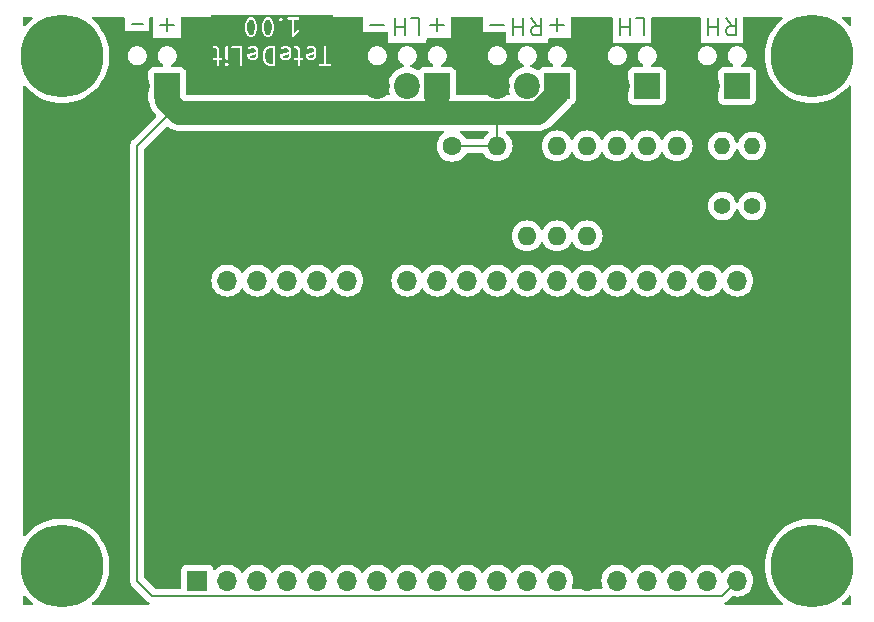
<source format=gbr>
%TF.GenerationSoftware,KiCad,Pcbnew,8.0.7*%
%TF.CreationDate,2024-12-29T04:50:49+01:00*%
%TF.ProjectId,TeteDeLit,54657465-4465-44c6-9974-2e6b69636164,rev?*%
%TF.SameCoordinates,Original*%
%TF.FileFunction,Copper,L1,Top*%
%TF.FilePolarity,Positive*%
%FSLAX46Y46*%
G04 Gerber Fmt 4.6, Leading zero omitted, Abs format (unit mm)*
G04 Created by KiCad (PCBNEW 8.0.7) date 2024-12-29 04:50:49*
%MOMM*%
%LPD*%
G01*
G04 APERTURE LIST*
%ADD10C,0.187500*%
%TA.AperFunction,NonConductor*%
%ADD11C,0.187500*%
%TD*%
%ADD12C,0.150000*%
%TA.AperFunction,NonConductor*%
%ADD13C,0.150000*%
%TD*%
%TA.AperFunction,ComponentPad*%
%ADD14C,7.000000*%
%TD*%
%TA.AperFunction,ComponentPad*%
%ADD15R,1.600000X1.600000*%
%TD*%
%TA.AperFunction,ComponentPad*%
%ADD16O,1.600000X1.600000*%
%TD*%
%TA.AperFunction,ComponentPad*%
%ADD17C,1.600000*%
%TD*%
%TA.AperFunction,ComponentPad*%
%ADD18C,1.400000*%
%TD*%
%TA.AperFunction,ComponentPad*%
%ADD19O,1.400000X1.400000*%
%TD*%
%TA.AperFunction,ComponentPad*%
%ADD20R,2.200000X2.200000*%
%TD*%
%TA.AperFunction,ComponentPad*%
%ADD21C,2.200000*%
%TD*%
%TA.AperFunction,ComponentPad*%
%ADD22O,1.700000X1.700000*%
%TD*%
%TA.AperFunction,ComponentPad*%
%ADD23R,1.700000X1.700000*%
%TD*%
%TA.AperFunction,Conductor*%
%ADD24C,0.200000*%
%TD*%
%TA.AperFunction,Conductor*%
%ADD25C,2.000000*%
%TD*%
G04 APERTURE END LIST*
D10*
G36*
X148639107Y-80669529D02*
G01*
X148390927Y-80669529D01*
X148212069Y-80609909D01*
X148095619Y-80493459D01*
X148035597Y-80373415D01*
X147969464Y-80108880D01*
X147969464Y-79917677D01*
X148035597Y-79653142D01*
X148095619Y-79533098D01*
X148212069Y-79416648D01*
X148390927Y-79357029D01*
X148639107Y-79357029D01*
X148639107Y-80669529D01*
G37*
G36*
X147210535Y-80026861D02*
G01*
X147162979Y-80121973D01*
X147067869Y-80169529D01*
X146826417Y-80169529D01*
X146731305Y-80121973D01*
X146683750Y-80026861D01*
X146683750Y-79982992D01*
X147210535Y-79877635D01*
X147210535Y-80026861D01*
G37*
G36*
X149996249Y-80026861D02*
G01*
X149948693Y-80121973D01*
X149853583Y-80169529D01*
X149612131Y-80169529D01*
X149517019Y-80121973D01*
X149469464Y-80026861D01*
X149469464Y-79982992D01*
X149996249Y-79877635D01*
X149996249Y-80026861D01*
G37*
G36*
X152139106Y-80026861D02*
G01*
X152091550Y-80121973D01*
X151996440Y-80169529D01*
X151754988Y-80169529D01*
X151659876Y-80121973D01*
X151612321Y-80026861D01*
X151612321Y-79982992D01*
X152139106Y-79877635D01*
X152139106Y-80026861D01*
G37*
G36*
X146963038Y-76996841D02*
G01*
X147012950Y-77046754D01*
X147072973Y-77166799D01*
X147139106Y-77431332D01*
X147139106Y-77765393D01*
X147072973Y-78029926D01*
X147012950Y-78149971D01*
X146963038Y-78199884D01*
X146853581Y-78254613D01*
X146754988Y-78254613D01*
X146645533Y-78199885D01*
X146595619Y-78149972D01*
X146535597Y-78029928D01*
X146469463Y-77765391D01*
X146469463Y-77431334D01*
X146535597Y-77166797D01*
X146595619Y-77046753D01*
X146645533Y-76996840D01*
X146754988Y-76942113D01*
X146853581Y-76942113D01*
X146963038Y-76996841D01*
G37*
G36*
X148391609Y-76996841D02*
G01*
X148441521Y-77046754D01*
X148501544Y-77166799D01*
X148567677Y-77431332D01*
X148567677Y-77765393D01*
X148501544Y-78029926D01*
X148441521Y-78149971D01*
X148391609Y-78199884D01*
X148282152Y-78254613D01*
X148183559Y-78254613D01*
X148074104Y-78199885D01*
X148024190Y-78149972D01*
X147964168Y-78029928D01*
X147898034Y-77765391D01*
X147898034Y-77431334D01*
X147964168Y-77166797D01*
X148024190Y-77046753D01*
X148074104Y-76996840D01*
X148183559Y-76942113D01*
X148282152Y-76942113D01*
X148391609Y-76996841D01*
G37*
G36*
X153777186Y-81023696D02*
G01*
X143402812Y-81023696D01*
X143402812Y-79244989D01*
X143569479Y-79244989D01*
X143569479Y-79281569D01*
X143583478Y-79315364D01*
X143609343Y-79341229D01*
X143643138Y-79355228D01*
X143661428Y-79357029D01*
X143782154Y-79357029D01*
X143877264Y-79404584D01*
X143924821Y-79499697D01*
X143924821Y-80169529D01*
X143661428Y-80169529D01*
X143643138Y-80171330D01*
X143609343Y-80185329D01*
X143583478Y-80211194D01*
X143569479Y-80244989D01*
X143569479Y-80281569D01*
X143583478Y-80315364D01*
X143609343Y-80341229D01*
X143643138Y-80355228D01*
X143661428Y-80357029D01*
X143924821Y-80357029D01*
X143924821Y-80763279D01*
X143926622Y-80781569D01*
X143940621Y-80815364D01*
X143966486Y-80841229D01*
X144000281Y-80855228D01*
X144036861Y-80855228D01*
X144070656Y-80841229D01*
X144096521Y-80815364D01*
X144110520Y-80781569D01*
X144112321Y-80763279D01*
X144112321Y-80673561D01*
X144569479Y-80673561D01*
X144569479Y-80710139D01*
X144583477Y-80743935D01*
X144595137Y-80758141D01*
X144666566Y-80829570D01*
X144680772Y-80841230D01*
X144704669Y-80851127D01*
X144714567Y-80855228D01*
X144714568Y-80855228D01*
X144751146Y-80855228D01*
X144751147Y-80855228D01*
X144761044Y-80851127D01*
X144784942Y-80841230D01*
X144784947Y-80841224D01*
X144799149Y-80829570D01*
X144870577Y-80758141D01*
X144882236Y-80743934D01*
X144896234Y-80710139D01*
X144896233Y-80673560D01*
X144882235Y-80639765D01*
X144870576Y-80625558D01*
X144799148Y-80554131D01*
X144784942Y-80542471D01*
X144761044Y-80532573D01*
X144751147Y-80528473D01*
X144714567Y-80528473D01*
X144704669Y-80532573D01*
X144680772Y-80542471D01*
X144680767Y-80542475D01*
X144666566Y-80554130D01*
X144595137Y-80625558D01*
X144583482Y-80639759D01*
X144583477Y-80639765D01*
X144573579Y-80663662D01*
X144569916Y-80672507D01*
X144569479Y-80673561D01*
X144112321Y-80673561D01*
X144112321Y-80357029D01*
X144232856Y-80357029D01*
X144251146Y-80355228D01*
X144284941Y-80341229D01*
X144310806Y-80315364D01*
X144324805Y-80281569D01*
X144324805Y-80244989D01*
X144310806Y-80211194D01*
X144284941Y-80185329D01*
X144251146Y-80171330D01*
X144232856Y-80169529D01*
X144112321Y-80169529D01*
X144112321Y-79477565D01*
X144110520Y-79459275D01*
X144109230Y-79456162D01*
X144108992Y-79452803D01*
X144102423Y-79435638D01*
X144030994Y-79292781D01*
X144029068Y-79289721D01*
X144028588Y-79288281D01*
X144027032Y-79286486D01*
X144021204Y-79277228D01*
X144012322Y-79269525D01*
X144006905Y-79263279D01*
X144639107Y-79263279D01*
X144639107Y-80263279D01*
X144640908Y-80281569D01*
X144654907Y-80315364D01*
X144680772Y-80341229D01*
X144714567Y-80355228D01*
X144751147Y-80355228D01*
X144784942Y-80341229D01*
X144810807Y-80315364D01*
X144824806Y-80281569D01*
X144826607Y-80263279D01*
X144826607Y-79263279D01*
X144824806Y-79244989D01*
X145140908Y-79244989D01*
X145140908Y-79281569D01*
X145154907Y-79315364D01*
X145180772Y-79341229D01*
X145214567Y-79355228D01*
X145232857Y-79357029D01*
X145853393Y-79357029D01*
X145853393Y-80763279D01*
X145855194Y-80781569D01*
X145869193Y-80815364D01*
X145895058Y-80841229D01*
X145928853Y-80855228D01*
X145965433Y-80855228D01*
X145999228Y-80841229D01*
X146025093Y-80815364D01*
X146039092Y-80781569D01*
X146040893Y-80763279D01*
X146040893Y-79906136D01*
X146496250Y-79906136D01*
X146496250Y-80048993D01*
X146498051Y-80067283D01*
X146499340Y-80070395D01*
X146499579Y-80073755D01*
X146506147Y-80090919D01*
X146577575Y-80233776D01*
X146579500Y-80236834D01*
X146579981Y-80238277D01*
X146581539Y-80240074D01*
X146587366Y-80249330D01*
X146596247Y-80257032D01*
X146603948Y-80265912D01*
X146613199Y-80271735D01*
X146615000Y-80273297D01*
X146616445Y-80273778D01*
X146619501Y-80275702D01*
X146762358Y-80347131D01*
X146779523Y-80353700D01*
X146782882Y-80353938D01*
X146785995Y-80355228D01*
X146804285Y-80357029D01*
X147090000Y-80357029D01*
X147108290Y-80355228D01*
X147111402Y-80353938D01*
X147114762Y-80353700D01*
X147131927Y-80347131D01*
X147274783Y-80275703D01*
X147277843Y-80273776D01*
X147279285Y-80273296D01*
X147281080Y-80271738D01*
X147290337Y-80265912D01*
X147298037Y-80257032D01*
X147306919Y-80249330D01*
X147312747Y-80240070D01*
X147314303Y-80238277D01*
X147314782Y-80236837D01*
X147316710Y-80233776D01*
X147388138Y-80090919D01*
X147394706Y-80073754D01*
X147394944Y-80070395D01*
X147396234Y-80067283D01*
X147398035Y-80048993D01*
X147398035Y-79906136D01*
X147781964Y-79906136D01*
X147781964Y-80120422D01*
X147782277Y-80123609D01*
X147782074Y-80124979D01*
X147783087Y-80131831D01*
X147783765Y-80138712D01*
X147784294Y-80139989D01*
X147784763Y-80143160D01*
X147856191Y-80428873D01*
X147856672Y-80430222D01*
X147856721Y-80430898D01*
X147859627Y-80438493D01*
X147862374Y-80446181D01*
X147862778Y-80446727D01*
X147863290Y-80448063D01*
X147934718Y-80590919D01*
X147939671Y-80598788D01*
X147940620Y-80601078D01*
X147942734Y-80603654D01*
X147944509Y-80606473D01*
X147946379Y-80608095D01*
X147952280Y-80615284D01*
X148095137Y-80758141D01*
X148109343Y-80769801D01*
X148112455Y-80771090D01*
X148115000Y-80773297D01*
X148131782Y-80780789D01*
X148346067Y-80852218D01*
X148355135Y-80854280D01*
X148357424Y-80855228D01*
X148360740Y-80855554D01*
X148363988Y-80856293D01*
X148366457Y-80856117D01*
X148375714Y-80857029D01*
X148732857Y-80857029D01*
X148751147Y-80855228D01*
X148784942Y-80841229D01*
X148810807Y-80815364D01*
X148824806Y-80781569D01*
X148824806Y-80781568D01*
X148826607Y-80763279D01*
X148826607Y-79906136D01*
X149281964Y-79906136D01*
X149281964Y-80048993D01*
X149283765Y-80067283D01*
X149285054Y-80070395D01*
X149285293Y-80073755D01*
X149291861Y-80090919D01*
X149363289Y-80233776D01*
X149365214Y-80236834D01*
X149365695Y-80238277D01*
X149367253Y-80240074D01*
X149373080Y-80249330D01*
X149381961Y-80257032D01*
X149389662Y-80265912D01*
X149398913Y-80271735D01*
X149400714Y-80273297D01*
X149402159Y-80273778D01*
X149405215Y-80275702D01*
X149548072Y-80347131D01*
X149565237Y-80353700D01*
X149568596Y-80353938D01*
X149571709Y-80355228D01*
X149589999Y-80357029D01*
X149875714Y-80357029D01*
X149894004Y-80355228D01*
X149897116Y-80353938D01*
X149900476Y-80353700D01*
X149917641Y-80347131D01*
X150060497Y-80275703D01*
X150063557Y-80273776D01*
X150064999Y-80273296D01*
X150066794Y-80271738D01*
X150076051Y-80265912D01*
X150083751Y-80257032D01*
X150092633Y-80249330D01*
X150098461Y-80240070D01*
X150100017Y-80238277D01*
X150100496Y-80236837D01*
X150102424Y-80233776D01*
X150173852Y-80090919D01*
X150180420Y-80073754D01*
X150180658Y-80070395D01*
X150181948Y-80067283D01*
X150183749Y-80048993D01*
X150183749Y-79763186D01*
X150183750Y-79763181D01*
X150183749Y-79763176D01*
X150183749Y-79477565D01*
X150181948Y-79459275D01*
X150180658Y-79456162D01*
X150180420Y-79452804D01*
X150173852Y-79435639D01*
X150102424Y-79292782D01*
X150100496Y-79289720D01*
X150100017Y-79288281D01*
X150098461Y-79286487D01*
X150092633Y-79277228D01*
X150083751Y-79269525D01*
X150076051Y-79260646D01*
X150066794Y-79254819D01*
X150064999Y-79253262D01*
X150063557Y-79252781D01*
X150060497Y-79250855D01*
X150048765Y-79244989D01*
X150426622Y-79244989D01*
X150426622Y-79281569D01*
X150440621Y-79315364D01*
X150466486Y-79341229D01*
X150500281Y-79355228D01*
X150518571Y-79357029D01*
X150639297Y-79357029D01*
X150734407Y-79404584D01*
X150781964Y-79499697D01*
X150781964Y-80169529D01*
X150518571Y-80169529D01*
X150500281Y-80171330D01*
X150466486Y-80185329D01*
X150440621Y-80211194D01*
X150426622Y-80244989D01*
X150426622Y-80281569D01*
X150440621Y-80315364D01*
X150466486Y-80341229D01*
X150500281Y-80355228D01*
X150518571Y-80357029D01*
X150781964Y-80357029D01*
X150781964Y-80763279D01*
X150783765Y-80781569D01*
X150797764Y-80815364D01*
X150823629Y-80841229D01*
X150857424Y-80855228D01*
X150894004Y-80855228D01*
X150927799Y-80841229D01*
X150953664Y-80815364D01*
X150967663Y-80781569D01*
X150969464Y-80763279D01*
X150969464Y-80744989D01*
X152569479Y-80744989D01*
X152569479Y-80781569D01*
X152583478Y-80815364D01*
X152609343Y-80841229D01*
X152643138Y-80855228D01*
X152661428Y-80857029D01*
X153518570Y-80857029D01*
X153536860Y-80855228D01*
X153570655Y-80841229D01*
X153596520Y-80815364D01*
X153610519Y-80781569D01*
X153610519Y-80744989D01*
X153596520Y-80711194D01*
X153570655Y-80685329D01*
X153536860Y-80671330D01*
X153518570Y-80669529D01*
X153183749Y-80669529D01*
X153183749Y-79263279D01*
X153181948Y-79244989D01*
X153167949Y-79211194D01*
X153142084Y-79185329D01*
X153108289Y-79171330D01*
X153071709Y-79171330D01*
X153037914Y-79185329D01*
X153012049Y-79211194D01*
X152998050Y-79244989D01*
X152996249Y-79263279D01*
X152996249Y-80669529D01*
X152661428Y-80669529D01*
X152643138Y-80671330D01*
X152609343Y-80685329D01*
X152583478Y-80711194D01*
X152569479Y-80744989D01*
X150969464Y-80744989D01*
X150969464Y-80357029D01*
X151089999Y-80357029D01*
X151108289Y-80355228D01*
X151142084Y-80341229D01*
X151167949Y-80315364D01*
X151181948Y-80281569D01*
X151181948Y-80244989D01*
X151167949Y-80211194D01*
X151142084Y-80185329D01*
X151108289Y-80171330D01*
X151089999Y-80169529D01*
X150969464Y-80169529D01*
X150969464Y-79906136D01*
X151424821Y-79906136D01*
X151424821Y-80048993D01*
X151426622Y-80067283D01*
X151427911Y-80070395D01*
X151428150Y-80073755D01*
X151434718Y-80090919D01*
X151506146Y-80233776D01*
X151508071Y-80236834D01*
X151508552Y-80238277D01*
X151510110Y-80240074D01*
X151515937Y-80249330D01*
X151524818Y-80257032D01*
X151532519Y-80265912D01*
X151541770Y-80271735D01*
X151543571Y-80273297D01*
X151545016Y-80273778D01*
X151548072Y-80275702D01*
X151690929Y-80347131D01*
X151708094Y-80353700D01*
X151711453Y-80353938D01*
X151714566Y-80355228D01*
X151732856Y-80357029D01*
X152018571Y-80357029D01*
X152036861Y-80355228D01*
X152039973Y-80353938D01*
X152043333Y-80353700D01*
X152060498Y-80347131D01*
X152203354Y-80275703D01*
X152206414Y-80273776D01*
X152207856Y-80273296D01*
X152209651Y-80271738D01*
X152218908Y-80265912D01*
X152226608Y-80257032D01*
X152235490Y-80249330D01*
X152241318Y-80240070D01*
X152242874Y-80238277D01*
X152243353Y-80236837D01*
X152245281Y-80233776D01*
X152316709Y-80090919D01*
X152323277Y-80073754D01*
X152323515Y-80070395D01*
X152324805Y-80067283D01*
X152326606Y-80048993D01*
X152326606Y-79763186D01*
X152326607Y-79763181D01*
X152326606Y-79763176D01*
X152326606Y-79477565D01*
X152324805Y-79459275D01*
X152323515Y-79456162D01*
X152323277Y-79452804D01*
X152316709Y-79435639D01*
X152245281Y-79292782D01*
X152243353Y-79289720D01*
X152242874Y-79288281D01*
X152241318Y-79286487D01*
X152235490Y-79277228D01*
X152226608Y-79269525D01*
X152218908Y-79260646D01*
X152209651Y-79254819D01*
X152207856Y-79253262D01*
X152206414Y-79252781D01*
X152203354Y-79250855D01*
X152060498Y-79179427D01*
X152043333Y-79172858D01*
X152039973Y-79172619D01*
X152036861Y-79171330D01*
X152018571Y-79169529D01*
X151732856Y-79169529D01*
X151714566Y-79171330D01*
X151711453Y-79172619D01*
X151708094Y-79172858D01*
X151690929Y-79179427D01*
X151548072Y-79250856D01*
X151532519Y-79260646D01*
X151508552Y-79288281D01*
X151496985Y-79322982D01*
X151499578Y-79359470D01*
X151515937Y-79392188D01*
X151543572Y-79416155D01*
X151578273Y-79427722D01*
X151614761Y-79425129D01*
X151631926Y-79418560D01*
X151754988Y-79357029D01*
X151996440Y-79357029D01*
X152091550Y-79404584D01*
X152139106Y-79499696D01*
X152139106Y-79686421D01*
X151500285Y-79814187D01*
X151500281Y-79814187D01*
X151500277Y-79814188D01*
X151500185Y-79814207D01*
X151482603Y-79819560D01*
X151474970Y-79824671D01*
X151466486Y-79828186D01*
X151459924Y-79834747D01*
X151452210Y-79839914D01*
X151447114Y-79847557D01*
X151440621Y-79854051D01*
X151437068Y-79862626D01*
X151431920Y-79870350D01*
X151430137Y-79879358D01*
X151426622Y-79887846D01*
X151424821Y-79906136D01*
X150969464Y-79906136D01*
X150969464Y-79477565D01*
X150967663Y-79459275D01*
X150966373Y-79456162D01*
X150966135Y-79452803D01*
X150959566Y-79435638D01*
X150888137Y-79292781D01*
X150886211Y-79289721D01*
X150885731Y-79288281D01*
X150884175Y-79286486D01*
X150878347Y-79277228D01*
X150869465Y-79269525D01*
X150861765Y-79260646D01*
X150852509Y-79254819D01*
X150850712Y-79253261D01*
X150849269Y-79252780D01*
X150846211Y-79250855D01*
X150703355Y-79179427D01*
X150686190Y-79172858D01*
X150682830Y-79172619D01*
X150679718Y-79171330D01*
X150661428Y-79169529D01*
X150518571Y-79169529D01*
X150500281Y-79171330D01*
X150466486Y-79185329D01*
X150440621Y-79211194D01*
X150426622Y-79244989D01*
X150048765Y-79244989D01*
X149917641Y-79179427D01*
X149900476Y-79172858D01*
X149897116Y-79172619D01*
X149894004Y-79171330D01*
X149875714Y-79169529D01*
X149589999Y-79169529D01*
X149571709Y-79171330D01*
X149568596Y-79172619D01*
X149565237Y-79172858D01*
X149548072Y-79179427D01*
X149405215Y-79250856D01*
X149389662Y-79260646D01*
X149365695Y-79288281D01*
X149354128Y-79322982D01*
X149356721Y-79359470D01*
X149373080Y-79392188D01*
X149400715Y-79416155D01*
X149435416Y-79427722D01*
X149471904Y-79425129D01*
X149489069Y-79418560D01*
X149612131Y-79357029D01*
X149853583Y-79357029D01*
X149948693Y-79404584D01*
X149996249Y-79499696D01*
X149996249Y-79686421D01*
X149357428Y-79814187D01*
X149357424Y-79814187D01*
X149357420Y-79814188D01*
X149357328Y-79814207D01*
X149339746Y-79819560D01*
X149332113Y-79824671D01*
X149323629Y-79828186D01*
X149317067Y-79834747D01*
X149309353Y-79839914D01*
X149304257Y-79847557D01*
X149297764Y-79854051D01*
X149294211Y-79862626D01*
X149289063Y-79870350D01*
X149287280Y-79879358D01*
X149283765Y-79887846D01*
X149281964Y-79906136D01*
X148826607Y-79906136D01*
X148826607Y-79263279D01*
X148824806Y-79244989D01*
X148810807Y-79211194D01*
X148784942Y-79185329D01*
X148751147Y-79171330D01*
X148732857Y-79169529D01*
X148375714Y-79169529D01*
X148366457Y-79170440D01*
X148363988Y-79170265D01*
X148360740Y-79171003D01*
X148357424Y-79171330D01*
X148355135Y-79172277D01*
X148346067Y-79174340D01*
X148131782Y-79245769D01*
X148115000Y-79253261D01*
X148112455Y-79255467D01*
X148109343Y-79256757D01*
X148095137Y-79268417D01*
X147952280Y-79411274D01*
X147946379Y-79418462D01*
X147944509Y-79420085D01*
X147942734Y-79422903D01*
X147940620Y-79425480D01*
X147939671Y-79427769D01*
X147934718Y-79435639D01*
X147863290Y-79578495D01*
X147862778Y-79579830D01*
X147862374Y-79580377D01*
X147859627Y-79588064D01*
X147856721Y-79595660D01*
X147856672Y-79596335D01*
X147856191Y-79597685D01*
X147784763Y-79883398D01*
X147784294Y-79886568D01*
X147783765Y-79887846D01*
X147783087Y-79894726D01*
X147782074Y-79901579D01*
X147782277Y-79902948D01*
X147781964Y-79906136D01*
X147398035Y-79906136D01*
X147398035Y-79763186D01*
X147398036Y-79763181D01*
X147398035Y-79763176D01*
X147398035Y-79477565D01*
X147396234Y-79459275D01*
X147394944Y-79456162D01*
X147394706Y-79452804D01*
X147388138Y-79435639D01*
X147316710Y-79292782D01*
X147314782Y-79289720D01*
X147314303Y-79288281D01*
X147312747Y-79286487D01*
X147306919Y-79277228D01*
X147298037Y-79269525D01*
X147290337Y-79260646D01*
X147281080Y-79254819D01*
X147279285Y-79253262D01*
X147277843Y-79252781D01*
X147274783Y-79250855D01*
X147131927Y-79179427D01*
X147114762Y-79172858D01*
X147111402Y-79172619D01*
X147108290Y-79171330D01*
X147090000Y-79169529D01*
X146804285Y-79169529D01*
X146785995Y-79171330D01*
X146782882Y-79172619D01*
X146779523Y-79172858D01*
X146762358Y-79179427D01*
X146619501Y-79250856D01*
X146603948Y-79260646D01*
X146579981Y-79288281D01*
X146568414Y-79322982D01*
X146571007Y-79359470D01*
X146587366Y-79392188D01*
X146615001Y-79416155D01*
X146649702Y-79427722D01*
X146686190Y-79425129D01*
X146703355Y-79418560D01*
X146826417Y-79357029D01*
X147067869Y-79357029D01*
X147162979Y-79404584D01*
X147210535Y-79499696D01*
X147210535Y-79686421D01*
X146571714Y-79814187D01*
X146571710Y-79814187D01*
X146571706Y-79814188D01*
X146571614Y-79814207D01*
X146554032Y-79819560D01*
X146546399Y-79824671D01*
X146537915Y-79828186D01*
X146531353Y-79834747D01*
X146523639Y-79839914D01*
X146518543Y-79847557D01*
X146512050Y-79854051D01*
X146508497Y-79862626D01*
X146503349Y-79870350D01*
X146501566Y-79879358D01*
X146498051Y-79887846D01*
X146496250Y-79906136D01*
X146040893Y-79906136D01*
X146040893Y-79263279D01*
X146039092Y-79244989D01*
X146025093Y-79211194D01*
X145999228Y-79185329D01*
X145965433Y-79171330D01*
X145947143Y-79169529D01*
X145232857Y-79169529D01*
X145214567Y-79171330D01*
X145180772Y-79185329D01*
X145154907Y-79211194D01*
X145140908Y-79244989D01*
X144824806Y-79244989D01*
X144810807Y-79211194D01*
X144784942Y-79185329D01*
X144751147Y-79171330D01*
X144714567Y-79171330D01*
X144680772Y-79185329D01*
X144654907Y-79211194D01*
X144640908Y-79244989D01*
X144639107Y-79263279D01*
X144006905Y-79263279D01*
X144004622Y-79260646D01*
X143995366Y-79254819D01*
X143993569Y-79253261D01*
X143992126Y-79252780D01*
X143989068Y-79250855D01*
X143846212Y-79179427D01*
X143829047Y-79172858D01*
X143825687Y-79172619D01*
X143822575Y-79171330D01*
X143804285Y-79169529D01*
X143661428Y-79169529D01*
X143643138Y-79171330D01*
X143609343Y-79185329D01*
X143583478Y-79211194D01*
X143569479Y-79244989D01*
X143402812Y-79244989D01*
X143402812Y-77419792D01*
X146281963Y-77419792D01*
X146281963Y-77776934D01*
X146282276Y-77780121D01*
X146282073Y-77781491D01*
X146283086Y-77788343D01*
X146283764Y-77795224D01*
X146284293Y-77796501D01*
X146284762Y-77799672D01*
X146356191Y-78085386D01*
X146356672Y-78086735D01*
X146356721Y-78087411D01*
X146359627Y-78095006D01*
X146362374Y-78102694D01*
X146362778Y-78103240D01*
X146363290Y-78104576D01*
X146434718Y-78247432D01*
X146439671Y-78255301D01*
X146440620Y-78257591D01*
X146442734Y-78260167D01*
X146444509Y-78262986D01*
X146446379Y-78264608D01*
X146452280Y-78271797D01*
X146523707Y-78343225D01*
X146530896Y-78349124D01*
X146532519Y-78350996D01*
X146535340Y-78352771D01*
X146537914Y-78354884D01*
X146540199Y-78355830D01*
X146548072Y-78360786D01*
X146690929Y-78432215D01*
X146708094Y-78438784D01*
X146711453Y-78439022D01*
X146714566Y-78440312D01*
X146732856Y-78442113D01*
X146875713Y-78442113D01*
X146894003Y-78440312D01*
X146897115Y-78439022D01*
X146900475Y-78438784D01*
X146917639Y-78432216D01*
X147060497Y-78360787D01*
X147068366Y-78355833D01*
X147070656Y-78354885D01*
X147073232Y-78352770D01*
X147076051Y-78350996D01*
X147077673Y-78349125D01*
X147084862Y-78343225D01*
X147156290Y-78271798D01*
X147162189Y-78264608D01*
X147164061Y-78262986D01*
X147165836Y-78260164D01*
X147167949Y-78257591D01*
X147168895Y-78255305D01*
X147173851Y-78247433D01*
X147245280Y-78104576D01*
X147245791Y-78103240D01*
X147246196Y-78102694D01*
X147248942Y-78095006D01*
X147251849Y-78087411D01*
X147251897Y-78086735D01*
X147252379Y-78085386D01*
X147323807Y-77799672D01*
X147324275Y-77796501D01*
X147324805Y-77795224D01*
X147325482Y-77788343D01*
X147326496Y-77781491D01*
X147326292Y-77780121D01*
X147326606Y-77776934D01*
X147326606Y-77419792D01*
X147710534Y-77419792D01*
X147710534Y-77776934D01*
X147710847Y-77780121D01*
X147710644Y-77781491D01*
X147711657Y-77788343D01*
X147712335Y-77795224D01*
X147712864Y-77796501D01*
X147713333Y-77799672D01*
X147784762Y-78085386D01*
X147785243Y-78086735D01*
X147785292Y-78087411D01*
X147788198Y-78095006D01*
X147790945Y-78102694D01*
X147791349Y-78103240D01*
X147791861Y-78104576D01*
X147863289Y-78247432D01*
X147868242Y-78255301D01*
X147869191Y-78257591D01*
X147871305Y-78260167D01*
X147873080Y-78262986D01*
X147874950Y-78264608D01*
X147880851Y-78271797D01*
X147952278Y-78343225D01*
X147959467Y-78349124D01*
X147961090Y-78350996D01*
X147963911Y-78352771D01*
X147966485Y-78354884D01*
X147968770Y-78355830D01*
X147976643Y-78360786D01*
X148119500Y-78432215D01*
X148136665Y-78438784D01*
X148140024Y-78439022D01*
X148143137Y-78440312D01*
X148161427Y-78442113D01*
X148304284Y-78442113D01*
X148322574Y-78440312D01*
X148325686Y-78439022D01*
X148329046Y-78438784D01*
X148346210Y-78432216D01*
X148489068Y-78360787D01*
X148496937Y-78355833D01*
X148499227Y-78354885D01*
X148501803Y-78352770D01*
X148504622Y-78350996D01*
X148506244Y-78349125D01*
X148513433Y-78343225D01*
X148584861Y-78271798D01*
X148590760Y-78264608D01*
X148592632Y-78262986D01*
X148594407Y-78260164D01*
X148596520Y-78257591D01*
X148597466Y-78255305D01*
X148602422Y-78247433D01*
X148673851Y-78104576D01*
X148674362Y-78103240D01*
X148674767Y-78102694D01*
X148677513Y-78095006D01*
X148680420Y-78087411D01*
X148680468Y-78086735D01*
X148680950Y-78085386D01*
X148752378Y-77799672D01*
X148752846Y-77796501D01*
X148753376Y-77795224D01*
X148754053Y-77788343D01*
X148755067Y-77781491D01*
X148754863Y-77780121D01*
X148755177Y-77776934D01*
X148755177Y-77419792D01*
X148754863Y-77416604D01*
X148755067Y-77415235D01*
X148754053Y-77408382D01*
X148753376Y-77401502D01*
X148752846Y-77400224D01*
X148752378Y-77397054D01*
X148680950Y-77111340D01*
X148680468Y-77109990D01*
X148680420Y-77109315D01*
X148677513Y-77101719D01*
X148674767Y-77094032D01*
X148674362Y-77093485D01*
X148673851Y-77092150D01*
X148602422Y-76949293D01*
X148597466Y-76941420D01*
X148596520Y-76939135D01*
X148594407Y-76936561D01*
X148592632Y-76933740D01*
X148590760Y-76932117D01*
X148584861Y-76924928D01*
X148561436Y-76901503D01*
X149140907Y-76901503D01*
X149140907Y-76938082D01*
X149141831Y-76940312D01*
X149154905Y-76971877D01*
X149154910Y-76971882D01*
X149166565Y-76986084D01*
X149237994Y-77057512D01*
X149252195Y-77069166D01*
X149252200Y-77069171D01*
X149276097Y-77079068D01*
X149285995Y-77083169D01*
X149285996Y-77083169D01*
X149322574Y-77083169D01*
X149322575Y-77083169D01*
X149332472Y-77079068D01*
X149356370Y-77069171D01*
X149370576Y-77057511D01*
X149442004Y-76986084D01*
X149453663Y-76971877D01*
X149467661Y-76938082D01*
X149467661Y-76922425D01*
X149467662Y-76901503D01*
X149453664Y-76867708D01*
X149442005Y-76853501D01*
X149418577Y-76830073D01*
X149855192Y-76830073D01*
X149855192Y-76866653D01*
X149869191Y-76900448D01*
X149895056Y-76926313D01*
X149928851Y-76940312D01*
X149947141Y-76942113D01*
X150281963Y-76942113D01*
X150281963Y-78348363D01*
X150281969Y-78348429D01*
X150281963Y-78348462D01*
X150281982Y-78348558D01*
X150283764Y-78366653D01*
X150287316Y-78375230D01*
X150289137Y-78384330D01*
X150294247Y-78391961D01*
X150297763Y-78400448D01*
X150304325Y-78407010D01*
X150309491Y-78414724D01*
X150317135Y-78419820D01*
X150323628Y-78426313D01*
X150332200Y-78429864D01*
X150339927Y-78435015D01*
X150348938Y-78436797D01*
X150357423Y-78440312D01*
X150366707Y-78440312D01*
X150375812Y-78442113D01*
X150384816Y-78440312D01*
X150394003Y-78440312D01*
X150402580Y-78436759D01*
X150411680Y-78434939D01*
X150419311Y-78429828D01*
X150427798Y-78426313D01*
X150434360Y-78419750D01*
X150442074Y-78414585D01*
X150453595Y-78400515D01*
X150453663Y-78400448D01*
X150453675Y-78400417D01*
X150453718Y-78400366D01*
X150591427Y-78193801D01*
X150716958Y-78068270D01*
X150846210Y-78003645D01*
X150861764Y-77993854D01*
X150885731Y-77966220D01*
X150897298Y-77931518D01*
X150894706Y-77895030D01*
X150878347Y-77862312D01*
X150850712Y-77838345D01*
X150816010Y-77826778D01*
X150779523Y-77829371D01*
X150762358Y-77835939D01*
X150619501Y-77907367D01*
X150611631Y-77912320D01*
X150609342Y-77913269D01*
X150606765Y-77915383D01*
X150603947Y-77917158D01*
X150602324Y-77919028D01*
X150595136Y-77924929D01*
X150469463Y-78050602D01*
X150469463Y-76942113D01*
X150804284Y-76942113D01*
X150822574Y-76940312D01*
X150856369Y-76926313D01*
X150882234Y-76900448D01*
X150896233Y-76866653D01*
X150896233Y-76830073D01*
X150882234Y-76796278D01*
X150856369Y-76770413D01*
X150822574Y-76756414D01*
X150804284Y-76754613D01*
X149947141Y-76754613D01*
X149928851Y-76756414D01*
X149895056Y-76770413D01*
X149869191Y-76796278D01*
X149855192Y-76830073D01*
X149418577Y-76830073D01*
X149370577Y-76782072D01*
X149356375Y-76770417D01*
X149356370Y-76770412D01*
X149332472Y-76760514D01*
X149322575Y-76756414D01*
X149285995Y-76756414D01*
X149276097Y-76760514D01*
X149252200Y-76770412D01*
X149237994Y-76782072D01*
X149166565Y-76853501D01*
X149154905Y-76867707D01*
X149142273Y-76898206D01*
X149140907Y-76901503D01*
X148561436Y-76901503D01*
X148513433Y-76853501D01*
X148506244Y-76847600D01*
X148504622Y-76845730D01*
X148501803Y-76843955D01*
X148499227Y-76841841D01*
X148496937Y-76840892D01*
X148489068Y-76835939D01*
X148346210Y-76764510D01*
X148329046Y-76757942D01*
X148325686Y-76757703D01*
X148322574Y-76756414D01*
X148304284Y-76754613D01*
X148161427Y-76754613D01*
X148143137Y-76756414D01*
X148140024Y-76757703D01*
X148136665Y-76757942D01*
X148119500Y-76764511D01*
X147976643Y-76835940D01*
X147968770Y-76840895D01*
X147966485Y-76841842D01*
X147963911Y-76843954D01*
X147961090Y-76845730D01*
X147959467Y-76847601D01*
X147952278Y-76853501D01*
X147880851Y-76924929D01*
X147874950Y-76932117D01*
X147873080Y-76933740D01*
X147871305Y-76936558D01*
X147869191Y-76939135D01*
X147868242Y-76941424D01*
X147863289Y-76949294D01*
X147791861Y-77092150D01*
X147791349Y-77093485D01*
X147790945Y-77094032D01*
X147788198Y-77101719D01*
X147785292Y-77109315D01*
X147785243Y-77109990D01*
X147784762Y-77111340D01*
X147713333Y-77397054D01*
X147712864Y-77400224D01*
X147712335Y-77401502D01*
X147711657Y-77408382D01*
X147710644Y-77415235D01*
X147710847Y-77416604D01*
X147710534Y-77419792D01*
X147326606Y-77419792D01*
X147326292Y-77416604D01*
X147326496Y-77415235D01*
X147325482Y-77408382D01*
X147324805Y-77401502D01*
X147324275Y-77400224D01*
X147323807Y-77397054D01*
X147252379Y-77111340D01*
X147251897Y-77109990D01*
X147251849Y-77109315D01*
X147248942Y-77101719D01*
X147246196Y-77094032D01*
X147245791Y-77093485D01*
X147245280Y-77092150D01*
X147173851Y-76949293D01*
X147168895Y-76941420D01*
X147167949Y-76939135D01*
X147165836Y-76936561D01*
X147164061Y-76933740D01*
X147162189Y-76932117D01*
X147156290Y-76924928D01*
X147084862Y-76853501D01*
X147077673Y-76847600D01*
X147076051Y-76845730D01*
X147073232Y-76843955D01*
X147070656Y-76841841D01*
X147068366Y-76840892D01*
X147060497Y-76835939D01*
X146917639Y-76764510D01*
X146900475Y-76757942D01*
X146897115Y-76757703D01*
X146894003Y-76756414D01*
X146875713Y-76754613D01*
X146732856Y-76754613D01*
X146714566Y-76756414D01*
X146711453Y-76757703D01*
X146708094Y-76757942D01*
X146690929Y-76764511D01*
X146548072Y-76835940D01*
X146540199Y-76840895D01*
X146537914Y-76841842D01*
X146535340Y-76843954D01*
X146532519Y-76845730D01*
X146530896Y-76847601D01*
X146523707Y-76853501D01*
X146452280Y-76924929D01*
X146446379Y-76932117D01*
X146444509Y-76933740D01*
X146442734Y-76936558D01*
X146440620Y-76939135D01*
X146439671Y-76941424D01*
X146434718Y-76949294D01*
X146363290Y-77092150D01*
X146362778Y-77093485D01*
X146362374Y-77094032D01*
X146359627Y-77101719D01*
X146356721Y-77109315D01*
X146356672Y-77109990D01*
X146356191Y-77111340D01*
X146284762Y-77397054D01*
X146284293Y-77400224D01*
X146283764Y-77401502D01*
X146283086Y-77408382D01*
X146282073Y-77415235D01*
X146282276Y-77416604D01*
X146281963Y-77419792D01*
X143402812Y-77419792D01*
X143402812Y-76587946D01*
X153777186Y-76587946D01*
X153777186Y-81023696D01*
G37*
D11*
X163131428Y-77357250D02*
X161988571Y-77357250D01*
X162559999Y-76785821D02*
X162559999Y-77928678D01*
D10*
D11*
X158051428Y-77357250D02*
X156908571Y-77357250D01*
D10*
D11*
X168211428Y-77357250D02*
X167068571Y-77357250D01*
D10*
D11*
X173291428Y-77357250D02*
X172148571Y-77357250D01*
X172719999Y-76785821D02*
X172719999Y-77928678D01*
D10*
D11*
X187011428Y-76785821D02*
X187511428Y-77500107D01*
X187868571Y-76785821D02*
X187868571Y-78285821D01*
X187868571Y-78285821D02*
X187297142Y-78285821D01*
X187297142Y-78285821D02*
X187154285Y-78214392D01*
X187154285Y-78214392D02*
X187082856Y-78142964D01*
X187082856Y-78142964D02*
X187011428Y-78000107D01*
X187011428Y-78000107D02*
X187011428Y-77785821D01*
X187011428Y-77785821D02*
X187082856Y-77642964D01*
X187082856Y-77642964D02*
X187154285Y-77571535D01*
X187154285Y-77571535D02*
X187297142Y-77500107D01*
X187297142Y-77500107D02*
X187868571Y-77500107D01*
X186368571Y-76785821D02*
X186368571Y-78285821D01*
X186368571Y-77571535D02*
X185511428Y-77571535D01*
X185511428Y-76785821D02*
X185511428Y-78285821D01*
D10*
D11*
X179391428Y-76785821D02*
X180105714Y-76785821D01*
X180105714Y-76785821D02*
X180105714Y-78285821D01*
X178891428Y-76785821D02*
X178891428Y-78285821D01*
X178891428Y-77571535D02*
X178034285Y-77571535D01*
X178034285Y-76785821D02*
X178034285Y-78285821D01*
D10*
D11*
X170501428Y-76785821D02*
X171001428Y-77500107D01*
X171358571Y-76785821D02*
X171358571Y-78285821D01*
X171358571Y-78285821D02*
X170787142Y-78285821D01*
X170787142Y-78285821D02*
X170644285Y-78214392D01*
X170644285Y-78214392D02*
X170572856Y-78142964D01*
X170572856Y-78142964D02*
X170501428Y-78000107D01*
X170501428Y-78000107D02*
X170501428Y-77785821D01*
X170501428Y-77785821D02*
X170572856Y-77642964D01*
X170572856Y-77642964D02*
X170644285Y-77571535D01*
X170644285Y-77571535D02*
X170787142Y-77500107D01*
X170787142Y-77500107D02*
X171358571Y-77500107D01*
X169858571Y-76785821D02*
X169858571Y-78285821D01*
X169858571Y-77571535D02*
X169001428Y-77571535D01*
X169001428Y-76785821D02*
X169001428Y-78285821D01*
D10*
D11*
X160341428Y-76785821D02*
X161055714Y-76785821D01*
X161055714Y-76785821D02*
X161055714Y-78285821D01*
X159841428Y-76785821D02*
X159841428Y-78285821D01*
X159841428Y-77571535D02*
X158984285Y-77571535D01*
X158984285Y-76785821D02*
X158984285Y-78285821D01*
D12*
D13*
X137617142Y-77355300D02*
X136702857Y-77355300D01*
D10*
D11*
X140271428Y-77357250D02*
X139128571Y-77357250D01*
X139699999Y-76785821D02*
X139699999Y-77928678D01*
D14*
%TO.P,REF02,1*%
%TO.N,N/C*%
X194310000Y-80010000D03*
%TD*%
%TO.P,REF04,1*%
%TO.N,N/C*%
X194310000Y-123190000D03*
%TD*%
%TO.P,REF03,1*%
%TO.N,N/C*%
X130810000Y-123190000D03*
%TD*%
%TO.P,REF01,1*%
%TO.N,N/C*%
X130810000Y-80010000D03*
%TD*%
D15*
%TO.P,U2,1,\u002AOEB*%
%TO.N,GND*%
X167635000Y-95250000D03*
D16*
%TO.P,U2,2,NC*%
%TO.N,unconnected-(U2-NC-Pad2)*%
X170175000Y-95250000D03*
%TO.P,U2,3,A0*%
%TO.N,DATA_LH*%
X172715000Y-95250000D03*
%TO.P,U2,4,A1*%
%TO.N,DATA_RH*%
X175255000Y-95250000D03*
%TO.P,U2,5,A2*%
%TO.N,GND*%
X177795000Y-95250000D03*
%TO.P,U2,6,A3*%
X180335000Y-95250000D03*
%TO.P,U2,7,GND*%
X182875000Y-95250000D03*
%TO.P,U2,8,B3*%
%TO.N,unconnected-(U2-B3-Pad8)*%
X182875000Y-87630000D03*
%TO.P,U2,9,B2*%
%TO.N,unconnected-(U2-B2-Pad9)*%
X180335000Y-87630000D03*
%TO.P,U2,10,B1*%
%TO.N,Net-(J5-Pin_2)*%
X177795000Y-87630000D03*
%TO.P,U2,11,B0*%
%TO.N,Net-(J4-Pin_2)*%
X175255000Y-87630000D03*
%TO.P,U2,12,NC*%
%TO.N,unconnected-(U2-NC-Pad12)*%
X172715000Y-87630000D03*
%TO.P,U2,13,OEA*%
%TO.N,GND*%
X170175000Y-87630000D03*
%TO.P,U2,14,VCC*%
%TO.N,+5V*%
X167635000Y-87630000D03*
%TD*%
D17*
%TO.P,C1,1*%
%TO.N,+5V*%
X163830000Y-87670000D03*
%TO.P,C1,2*%
%TO.N,GND*%
X163830000Y-90170000D03*
%TD*%
D18*
%TO.P,R2,1*%
%TO.N,+3V3*%
X189230000Y-92710000D03*
D19*
%TO.P,R2,2*%
%TO.N,BUTTON_RH*%
X189230000Y-87630000D03*
%TD*%
D20*
%TO.P,J7,1,Pin_1*%
%TO.N,BUTTON_RH*%
X187960000Y-82550000D03*
D21*
%TO.P,J7,2,Pin_2*%
%TO.N,GND*%
X185420000Y-82550000D03*
%TD*%
D20*
%TO.P,J3,1,Pin_1*%
%TO.N,BUTTON_LH*%
X180340000Y-82550000D03*
D21*
%TO.P,J3,2,Pin_2*%
%TO.N,GND*%
X177800000Y-82550000D03*
%TD*%
D20*
%TO.P,J6,1,Pin_1*%
%TO.N,+5V*%
X139700000Y-82550000D03*
D21*
%TO.P,J6,2,Pin_2*%
%TO.N,GND*%
X137160000Y-82550000D03*
%TD*%
D18*
%TO.P,R1,1*%
%TO.N,+3V3*%
X186690000Y-92710000D03*
D19*
%TO.P,R1,2*%
%TO.N,BUTTON_LH*%
X186690000Y-87630000D03*
%TD*%
D22*
%TO.P,J1,19,Pin_19*%
%TO.N,+5V*%
X187970000Y-124435000D03*
%TO.P,J1,18,Pin_18*%
%TO.N,Net-(J1-Pin_18)*%
X185430000Y-124435000D03*
%TO.P,J1,17,Pin_17*%
%TO.N,Net-(J1-Pin_17)*%
X182890000Y-124435000D03*
%TO.P,J1,16,Pin_16*%
%TO.N,Net-(J1-Pin_16)*%
X180350000Y-124435000D03*
%TO.P,J1,15,Pin_15*%
%TO.N,Net-(J1-Pin_15)*%
X177810000Y-124435000D03*
%TO.P,J1,14,Pin_14*%
%TO.N,GND*%
X175270000Y-124435000D03*
%TO.P,J1,13,Pin_13*%
%TO.N,Net-(J1-Pin_13)*%
X172730000Y-124435000D03*
%TO.P,J1,12,Pin_12*%
%TO.N,Net-(J1-Pin_12)*%
X170190000Y-124435000D03*
%TO.P,J1,11,Pin_11*%
%TO.N,Net-(J1-Pin_11)*%
X167650000Y-124435000D03*
%TO.P,J1,10,Pin_10*%
%TO.N,Net-(J1-Pin_10)*%
X165110000Y-124435000D03*
%TO.P,J1,9,Pin_9*%
%TO.N,Net-(J1-Pin_9)*%
X162570000Y-124435000D03*
%TO.P,J1,8,Pin_8*%
%TO.N,Net-(J1-Pin_8)*%
X160030000Y-124435000D03*
%TO.P,J1,7,Pin_7*%
%TO.N,Net-(J1-Pin_7)*%
X157490000Y-124435000D03*
%TO.P,J1,6,Pin_6*%
%TO.N,Net-(J1-Pin_6)*%
X154950000Y-124435000D03*
%TO.P,J1,5,Pin_5*%
%TO.N,Net-(J1-Pin_5)*%
X152410000Y-124435000D03*
%TO.P,J1,4,Pin_4*%
%TO.N,Net-(J1-Pin_4)*%
X149870000Y-124435000D03*
%TO.P,J1,3,Pin_3*%
%TO.N,Net-(J1-Pin_3)*%
X147330000Y-124435000D03*
%TO.P,J1,2,Pin_2*%
%TO.N,Net-(J1-Pin_2)*%
X144790000Y-124435000D03*
D23*
%TO.P,J1,1,Pin_1*%
%TO.N,+3V3*%
X142250000Y-124435000D03*
%TD*%
D22*
%TO.P,J2,19,Pin_19*%
%TO.N,Net-(J2-Pin_19)*%
X187970000Y-99035000D03*
%TO.P,J2,18,Pin_18*%
%TO.N,Net-(J2-Pin_18)*%
X185430000Y-99035000D03*
%TO.P,J2,17,Pin_17*%
%TO.N,Net-(J2-Pin_17)*%
X182890000Y-99035000D03*
%TO.P,J2,16,Pin_16*%
%TO.N,BUTTON_RH*%
X180350000Y-99035000D03*
%TO.P,J2,15,Pin_15*%
%TO.N,DATA_RH*%
X177810000Y-99035000D03*
%TO.P,J2,14,Pin_14*%
%TO.N,DATA_LH*%
X175270000Y-99035000D03*
%TO.P,J2,13,Pin_13*%
%TO.N,BUTTON_LH*%
X172730000Y-99035000D03*
%TO.P,J2,12,Pin_12*%
%TO.N,Net-(J2-Pin_12)*%
X170190000Y-99035000D03*
%TO.P,J2,11,Pin_11*%
%TO.N,Net-(J2-Pin_11)*%
X167650000Y-99035000D03*
%TO.P,J2,10,Pin_10*%
%TO.N,Net-(J2-Pin_10)*%
X165110000Y-99035000D03*
%TO.P,J2,9,Pin_9*%
%TO.N,Net-(J2-Pin_9)*%
X162570000Y-99035000D03*
%TO.P,J2,8,Pin_8*%
%TO.N,Net-(J2-Pin_8)*%
X160030000Y-99035000D03*
%TO.P,J2,7,Pin_7*%
%TO.N,GND*%
X157490000Y-99035000D03*
%TO.P,J2,6,Pin_6*%
%TO.N,Net-(J2-Pin_6)*%
X154950000Y-99035000D03*
%TO.P,J2,5,Pin_5*%
%TO.N,Net-(J2-Pin_5)*%
X152410000Y-99035000D03*
%TO.P,J2,4,Pin_4*%
%TO.N,Net-(J2-Pin_4)*%
X149870000Y-99035000D03*
%TO.P,J2,3,Pin_3*%
%TO.N,Net-(J2-Pin_3)*%
X147330000Y-99035000D03*
%TO.P,J2,2,Pin_2*%
%TO.N,Net-(J2-Pin_2)*%
X144790000Y-99035000D03*
D23*
%TO.P,J2,1,Pin_1*%
%TO.N,GND*%
X142250000Y-99035000D03*
%TD*%
D20*
%TO.P,J5,1,Pin_1*%
%TO.N,+5V*%
X172720000Y-82550000D03*
D21*
%TO.P,J5,2,Pin_2*%
%TO.N,Net-(J5-Pin_2)*%
X170180000Y-82550000D03*
%TO.P,J5,3,Pin_3*%
%TO.N,GND*%
X167640000Y-82550000D03*
%TD*%
%TO.P,J4,3,Pin_3*%
%TO.N,GND*%
X157480000Y-82550000D03*
%TO.P,J4,2,Pin_2*%
%TO.N,Net-(J4-Pin_2)*%
X160020000Y-82550000D03*
D20*
%TO.P,J4,1,Pin_1*%
%TO.N,+5V*%
X162560000Y-82550000D03*
%TD*%
D24*
%TO.N,+5V*%
X137160000Y-87630000D02*
X139700000Y-85090000D01*
X139700000Y-85090000D02*
X139700000Y-82550000D01*
D25*
X140730000Y-84850000D02*
X167640000Y-84850000D01*
X167640000Y-84850000D02*
X171132692Y-84850000D01*
D24*
X167635000Y-87630000D02*
X167635000Y-84855000D01*
X167635000Y-84855000D02*
X167640000Y-84850000D01*
X163830000Y-87670000D02*
X167595000Y-87670000D01*
D25*
X139700000Y-83820000D02*
X140730000Y-84850000D01*
X139700000Y-82550000D02*
X139700000Y-83820000D01*
X162560000Y-82550000D02*
X162560000Y-84850000D01*
X171132692Y-84850000D02*
X172720000Y-83262692D01*
X172720000Y-83262692D02*
X172720000Y-82550000D01*
D24*
X137160000Y-87630000D02*
X137160000Y-124460000D01*
X137160000Y-124460000D02*
X138430000Y-125730000D01*
X138430000Y-125730000D02*
X186675000Y-125730000D01*
X186675000Y-125730000D02*
X187970000Y-124435000D01*
%TD*%
%TA.AperFunction,Conductor*%
%TO.N,GND*%
G36*
X136065396Y-76720185D02*
G01*
X136111151Y-76772989D01*
X136122357Y-76824500D01*
X136122357Y-77935800D01*
X138197642Y-77935800D01*
X138197642Y-76824500D01*
X138217327Y-76757461D01*
X138270131Y-76711706D01*
X138321642Y-76700500D01*
X138405321Y-76700500D01*
X138472360Y-76720185D01*
X138518115Y-76772989D01*
X138529321Y-76824500D01*
X138529321Y-78527928D01*
X140870678Y-78527928D01*
X140870678Y-76824500D01*
X140890363Y-76757461D01*
X140943167Y-76711706D01*
X140994678Y-76700500D01*
X143438678Y-76700500D01*
X143505717Y-76720185D01*
X143551472Y-76772989D01*
X143562678Y-76824500D01*
X143562678Y-80863102D01*
X153617320Y-80863102D01*
X153617320Y-79931153D01*
X156679500Y-79931153D01*
X156679500Y-80088846D01*
X156710261Y-80243489D01*
X156710264Y-80243501D01*
X156770602Y-80389172D01*
X156770609Y-80389185D01*
X156858210Y-80520288D01*
X156858213Y-80520292D01*
X156969707Y-80631786D01*
X156969711Y-80631789D01*
X157100814Y-80719390D01*
X157100827Y-80719397D01*
X157237505Y-80776010D01*
X157246503Y-80779737D01*
X157387851Y-80807853D01*
X157401153Y-80810499D01*
X157401156Y-80810500D01*
X157401158Y-80810500D01*
X157558844Y-80810500D01*
X157558845Y-80810499D01*
X157713497Y-80779737D01*
X157859179Y-80719394D01*
X157990289Y-80631789D01*
X158101789Y-80520289D01*
X158189394Y-80389179D01*
X158249737Y-80243497D01*
X158280500Y-80088842D01*
X158280500Y-79931158D01*
X158280500Y-79931155D01*
X158280499Y-79931153D01*
X158249738Y-79776510D01*
X158249737Y-79776503D01*
X158249735Y-79776498D01*
X158189397Y-79630827D01*
X158189390Y-79630814D01*
X158101789Y-79499711D01*
X158101786Y-79499707D01*
X157990292Y-79388213D01*
X157990288Y-79388210D01*
X157859185Y-79300609D01*
X157859172Y-79300602D01*
X157713501Y-79240264D01*
X157713489Y-79240261D01*
X157558845Y-79209500D01*
X157558842Y-79209500D01*
X157401158Y-79209500D01*
X157401155Y-79209500D01*
X157246510Y-79240261D01*
X157246498Y-79240264D01*
X157100827Y-79300602D01*
X157100814Y-79300609D01*
X156969711Y-79388210D01*
X156969707Y-79388213D01*
X156858213Y-79499707D01*
X156858210Y-79499711D01*
X156770609Y-79630814D01*
X156770602Y-79630827D01*
X156710264Y-79776498D01*
X156710261Y-79776510D01*
X156679500Y-79931153D01*
X153617320Y-79931153D01*
X153617320Y-76824500D01*
X153637005Y-76757461D01*
X153689809Y-76711706D01*
X153741320Y-76700500D01*
X156185321Y-76700500D01*
X156252360Y-76720185D01*
X156298115Y-76772989D01*
X156309321Y-76824500D01*
X156309321Y-77956500D01*
X158261035Y-77956500D01*
X158328074Y-77976185D01*
X158373829Y-78028989D01*
X158385035Y-78080500D01*
X158385035Y-78885071D01*
X161654964Y-78885071D01*
X161654964Y-78651928D01*
X161674649Y-78584889D01*
X161727453Y-78539134D01*
X161778964Y-78527928D01*
X163730678Y-78527928D01*
X163730678Y-76824500D01*
X163750363Y-76757461D01*
X163803167Y-76711706D01*
X163854678Y-76700500D01*
X166345321Y-76700500D01*
X166412360Y-76720185D01*
X166458115Y-76772989D01*
X166469321Y-76824500D01*
X166469321Y-77956500D01*
X168278178Y-77956500D01*
X168345217Y-77976185D01*
X168390972Y-78028989D01*
X168402178Y-78080500D01*
X168402178Y-78886145D01*
X171957821Y-78886145D01*
X171957821Y-78651928D01*
X171977506Y-78584889D01*
X172030310Y-78539134D01*
X172081821Y-78527928D01*
X173890678Y-78527928D01*
X173890678Y-76824500D01*
X173910363Y-76757461D01*
X173963167Y-76711706D01*
X174014678Y-76700500D01*
X177311035Y-76700500D01*
X177378074Y-76720185D01*
X177423829Y-76772989D01*
X177435035Y-76824500D01*
X177435035Y-78885071D01*
X180704964Y-78885071D01*
X180704964Y-76824500D01*
X180724649Y-76757461D01*
X180777453Y-76711706D01*
X180828964Y-76700500D01*
X184788178Y-76700500D01*
X184855217Y-76720185D01*
X184900972Y-76772989D01*
X184912178Y-76824500D01*
X184912178Y-78886145D01*
X188467821Y-78886145D01*
X188467821Y-76824500D01*
X188487506Y-76757461D01*
X188540310Y-76711706D01*
X188591821Y-76700500D01*
X191682978Y-76700500D01*
X191750017Y-76720185D01*
X191795772Y-76772989D01*
X191805716Y-76842147D01*
X191776691Y-76905703D01*
X191766251Y-76916378D01*
X191477807Y-77177807D01*
X191213846Y-77469043D01*
X190979692Y-77784763D01*
X190777620Y-78121899D01*
X190609562Y-78477227D01*
X190609561Y-78477229D01*
X190477143Y-78847315D01*
X190381637Y-79228593D01*
X190341421Y-79499711D01*
X190323962Y-79617409D01*
X190304675Y-80010000D01*
X190323962Y-80402591D01*
X190323962Y-80402597D01*
X190323963Y-80402599D01*
X190381637Y-80791406D01*
X190477143Y-81172684D01*
X190609561Y-81542770D01*
X190609562Y-81542772D01*
X190777620Y-81898100D01*
X190870997Y-82053889D01*
X190979694Y-82235239D01*
X191208174Y-82543309D01*
X191213846Y-82550956D01*
X191477807Y-82842192D01*
X191769043Y-83106153D01*
X191769049Y-83106158D01*
X192084761Y-83340306D01*
X192197141Y-83407664D01*
X192421899Y-83542379D01*
X192421902Y-83542380D01*
X192421903Y-83542381D01*
X192777228Y-83710438D01*
X193147316Y-83842857D01*
X193528600Y-83938364D01*
X193917409Y-83996038D01*
X194310000Y-84015325D01*
X194702591Y-83996038D01*
X195091400Y-83938364D01*
X195472684Y-83842857D01*
X195842772Y-83710438D01*
X196198097Y-83542381D01*
X196535239Y-83340306D01*
X196850951Y-83106158D01*
X197142192Y-82842192D01*
X197403622Y-82553748D01*
X197463228Y-82517295D01*
X197533081Y-82518854D01*
X197591001Y-82557930D01*
X197618601Y-82622118D01*
X197619500Y-82637022D01*
X197619500Y-120562977D01*
X197599815Y-120630016D01*
X197547011Y-120675771D01*
X197477853Y-120685715D01*
X197414297Y-120656690D01*
X197403622Y-120646250D01*
X197142192Y-120357807D01*
X196850956Y-120093846D01*
X196535236Y-119859692D01*
X196198100Y-119657620D01*
X195842772Y-119489562D01*
X195842770Y-119489561D01*
X195472684Y-119357143D01*
X195091406Y-119261637D01*
X195091401Y-119261636D01*
X195091400Y-119261636D01*
X194947256Y-119240254D01*
X194702599Y-119203963D01*
X194702597Y-119203962D01*
X194702591Y-119203962D01*
X194310000Y-119184675D01*
X193917409Y-119203962D01*
X193917403Y-119203962D01*
X193917400Y-119203963D01*
X193528593Y-119261637D01*
X193147315Y-119357143D01*
X192777229Y-119489561D01*
X192777227Y-119489562D01*
X192421899Y-119657620D01*
X192084763Y-119859692D01*
X191769043Y-120093846D01*
X191477807Y-120357807D01*
X191213846Y-120649043D01*
X190979692Y-120964763D01*
X190777620Y-121301899D01*
X190609562Y-121657227D01*
X190609561Y-121657229D01*
X190477143Y-122027315D01*
X190381637Y-122408593D01*
X190381636Y-122408600D01*
X190323962Y-122797409D01*
X190304675Y-123190000D01*
X190323962Y-123582591D01*
X190323962Y-123582597D01*
X190323963Y-123582599D01*
X190381637Y-123971406D01*
X190477143Y-124352684D01*
X190609561Y-124722770D01*
X190609562Y-124722772D01*
X190777620Y-125078100D01*
X190979692Y-125415236D01*
X190979694Y-125415239D01*
X191208174Y-125723309D01*
X191213846Y-125730956D01*
X191477807Y-126022192D01*
X191766251Y-126283622D01*
X191802705Y-126343228D01*
X191801146Y-126413081D01*
X191762070Y-126471001D01*
X191697882Y-126498601D01*
X191682978Y-126499500D01*
X187005959Y-126499500D01*
X186938920Y-126479815D01*
X186893165Y-126427011D01*
X186883221Y-126357853D01*
X186912246Y-126294297D01*
X186943955Y-126268115D01*
X186956904Y-126260639D01*
X187043716Y-126210520D01*
X187155520Y-126098716D01*
X187155520Y-126098714D01*
X187165728Y-126088507D01*
X187165730Y-126088504D01*
X187486470Y-125767763D01*
X187547791Y-125734280D01*
X187606238Y-125735670D01*
X187734592Y-125770063D01*
X187922918Y-125786539D01*
X187969999Y-125790659D01*
X187970000Y-125790659D01*
X187970001Y-125790659D01*
X188009234Y-125787226D01*
X188205408Y-125770063D01*
X188433663Y-125708903D01*
X188647830Y-125609035D01*
X188841401Y-125473495D01*
X189008495Y-125306401D01*
X189144035Y-125112830D01*
X189243903Y-124898663D01*
X189305063Y-124670408D01*
X189325659Y-124435000D01*
X189305063Y-124199592D01*
X189258626Y-124026285D01*
X189243905Y-123971344D01*
X189243904Y-123971343D01*
X189243903Y-123971337D01*
X189144035Y-123757171D01*
X189138425Y-123749158D01*
X189008494Y-123563597D01*
X188841402Y-123396506D01*
X188841395Y-123396501D01*
X188647834Y-123260967D01*
X188647830Y-123260965D01*
X188647828Y-123260964D01*
X188433663Y-123161097D01*
X188433659Y-123161096D01*
X188433655Y-123161094D01*
X188205413Y-123099938D01*
X188205403Y-123099936D01*
X187970001Y-123079341D01*
X187969999Y-123079341D01*
X187734596Y-123099936D01*
X187734586Y-123099938D01*
X187506344Y-123161094D01*
X187506335Y-123161098D01*
X187292171Y-123260964D01*
X187292169Y-123260965D01*
X187098597Y-123396505D01*
X186931505Y-123563597D01*
X186801575Y-123749158D01*
X186746998Y-123792783D01*
X186677500Y-123799977D01*
X186615145Y-123768454D01*
X186598425Y-123749158D01*
X186468494Y-123563597D01*
X186301402Y-123396506D01*
X186301395Y-123396501D01*
X186107834Y-123260967D01*
X186107830Y-123260965D01*
X186107828Y-123260964D01*
X185893663Y-123161097D01*
X185893659Y-123161096D01*
X185893655Y-123161094D01*
X185665413Y-123099938D01*
X185665403Y-123099936D01*
X185430001Y-123079341D01*
X185429999Y-123079341D01*
X185194596Y-123099936D01*
X185194586Y-123099938D01*
X184966344Y-123161094D01*
X184966335Y-123161098D01*
X184752171Y-123260964D01*
X184752169Y-123260965D01*
X184558597Y-123396505D01*
X184391505Y-123563597D01*
X184261575Y-123749158D01*
X184206998Y-123792783D01*
X184137500Y-123799977D01*
X184075145Y-123768454D01*
X184058425Y-123749158D01*
X183928494Y-123563597D01*
X183761402Y-123396506D01*
X183761395Y-123396501D01*
X183567834Y-123260967D01*
X183567830Y-123260965D01*
X183567828Y-123260964D01*
X183353663Y-123161097D01*
X183353659Y-123161096D01*
X183353655Y-123161094D01*
X183125413Y-123099938D01*
X183125403Y-123099936D01*
X182890001Y-123079341D01*
X182889999Y-123079341D01*
X182654596Y-123099936D01*
X182654586Y-123099938D01*
X182426344Y-123161094D01*
X182426335Y-123161098D01*
X182212171Y-123260964D01*
X182212169Y-123260965D01*
X182018597Y-123396505D01*
X181851505Y-123563597D01*
X181721575Y-123749158D01*
X181666998Y-123792783D01*
X181597500Y-123799977D01*
X181535145Y-123768454D01*
X181518425Y-123749158D01*
X181388494Y-123563597D01*
X181221402Y-123396506D01*
X181221395Y-123396501D01*
X181027834Y-123260967D01*
X181027830Y-123260965D01*
X181027828Y-123260964D01*
X180813663Y-123161097D01*
X180813659Y-123161096D01*
X180813655Y-123161094D01*
X180585413Y-123099938D01*
X180585403Y-123099936D01*
X180350001Y-123079341D01*
X180349999Y-123079341D01*
X180114596Y-123099936D01*
X180114586Y-123099938D01*
X179886344Y-123161094D01*
X179886335Y-123161098D01*
X179672171Y-123260964D01*
X179672169Y-123260965D01*
X179478597Y-123396505D01*
X179311505Y-123563597D01*
X179181575Y-123749158D01*
X179126998Y-123792783D01*
X179057500Y-123799977D01*
X178995145Y-123768454D01*
X178978425Y-123749158D01*
X178848494Y-123563597D01*
X178681402Y-123396506D01*
X178681395Y-123396501D01*
X178487834Y-123260967D01*
X178487830Y-123260965D01*
X178487828Y-123260964D01*
X178273663Y-123161097D01*
X178273659Y-123161096D01*
X178273655Y-123161094D01*
X178045413Y-123099938D01*
X178045403Y-123099936D01*
X177810001Y-123079341D01*
X177809999Y-123079341D01*
X177574596Y-123099936D01*
X177574586Y-123099938D01*
X177346344Y-123161094D01*
X177346335Y-123161098D01*
X177132171Y-123260964D01*
X177132169Y-123260965D01*
X176938597Y-123396505D01*
X176771505Y-123563597D01*
X176635965Y-123757169D01*
X176635964Y-123757171D01*
X176536098Y-123971335D01*
X176536094Y-123971344D01*
X176474938Y-124199586D01*
X176474936Y-124199596D01*
X176454341Y-124434999D01*
X176454341Y-124435000D01*
X176474936Y-124670403D01*
X176474938Y-124670413D01*
X176536094Y-124898655D01*
X176536099Y-124898669D01*
X176561479Y-124953096D01*
X176571971Y-125022173D01*
X176543451Y-125085957D01*
X176484974Y-125124196D01*
X176449097Y-125129500D01*
X174090903Y-125129500D01*
X174023864Y-125109815D01*
X173978109Y-125057011D01*
X173968165Y-124987853D01*
X173978521Y-124953096D01*
X174003900Y-124898669D01*
X174003903Y-124898663D01*
X174065063Y-124670408D01*
X174085659Y-124435000D01*
X174065063Y-124199592D01*
X174018626Y-124026285D01*
X174003905Y-123971344D01*
X174003904Y-123971343D01*
X174003903Y-123971337D01*
X173904035Y-123757171D01*
X173898425Y-123749158D01*
X173768494Y-123563597D01*
X173601402Y-123396506D01*
X173601395Y-123396501D01*
X173407834Y-123260967D01*
X173407830Y-123260965D01*
X173407828Y-123260964D01*
X173193663Y-123161097D01*
X173193659Y-123161096D01*
X173193655Y-123161094D01*
X172965413Y-123099938D01*
X172965403Y-123099936D01*
X172730001Y-123079341D01*
X172729999Y-123079341D01*
X172494596Y-123099936D01*
X172494586Y-123099938D01*
X172266344Y-123161094D01*
X172266335Y-123161098D01*
X172052171Y-123260964D01*
X172052169Y-123260965D01*
X171858597Y-123396505D01*
X171691505Y-123563597D01*
X171561575Y-123749158D01*
X171506998Y-123792783D01*
X171437500Y-123799977D01*
X171375145Y-123768454D01*
X171358425Y-123749158D01*
X171228494Y-123563597D01*
X171061402Y-123396506D01*
X171061395Y-123396501D01*
X170867834Y-123260967D01*
X170867830Y-123260965D01*
X170867828Y-123260964D01*
X170653663Y-123161097D01*
X170653659Y-123161096D01*
X170653655Y-123161094D01*
X170425413Y-123099938D01*
X170425403Y-123099936D01*
X170190001Y-123079341D01*
X170189999Y-123079341D01*
X169954596Y-123099936D01*
X169954586Y-123099938D01*
X169726344Y-123161094D01*
X169726335Y-123161098D01*
X169512171Y-123260964D01*
X169512169Y-123260965D01*
X169318597Y-123396505D01*
X169151505Y-123563597D01*
X169021575Y-123749158D01*
X168966998Y-123792783D01*
X168897500Y-123799977D01*
X168835145Y-123768454D01*
X168818425Y-123749158D01*
X168688494Y-123563597D01*
X168521402Y-123396506D01*
X168521395Y-123396501D01*
X168327834Y-123260967D01*
X168327830Y-123260965D01*
X168327828Y-123260964D01*
X168113663Y-123161097D01*
X168113659Y-123161096D01*
X168113655Y-123161094D01*
X167885413Y-123099938D01*
X167885403Y-123099936D01*
X167650001Y-123079341D01*
X167649999Y-123079341D01*
X167414596Y-123099936D01*
X167414586Y-123099938D01*
X167186344Y-123161094D01*
X167186335Y-123161098D01*
X166972171Y-123260964D01*
X166972169Y-123260965D01*
X166778597Y-123396505D01*
X166611505Y-123563597D01*
X166481575Y-123749158D01*
X166426998Y-123792783D01*
X166357500Y-123799977D01*
X166295145Y-123768454D01*
X166278425Y-123749158D01*
X166148494Y-123563597D01*
X165981402Y-123396506D01*
X165981395Y-123396501D01*
X165787834Y-123260967D01*
X165787830Y-123260965D01*
X165787828Y-123260964D01*
X165573663Y-123161097D01*
X165573659Y-123161096D01*
X165573655Y-123161094D01*
X165345413Y-123099938D01*
X165345403Y-123099936D01*
X165110001Y-123079341D01*
X165109999Y-123079341D01*
X164874596Y-123099936D01*
X164874586Y-123099938D01*
X164646344Y-123161094D01*
X164646335Y-123161098D01*
X164432171Y-123260964D01*
X164432169Y-123260965D01*
X164238597Y-123396505D01*
X164071505Y-123563597D01*
X163941575Y-123749158D01*
X163886998Y-123792783D01*
X163817500Y-123799977D01*
X163755145Y-123768454D01*
X163738425Y-123749158D01*
X163608494Y-123563597D01*
X163441402Y-123396506D01*
X163441395Y-123396501D01*
X163247834Y-123260967D01*
X163247830Y-123260965D01*
X163247828Y-123260964D01*
X163033663Y-123161097D01*
X163033659Y-123161096D01*
X163033655Y-123161094D01*
X162805413Y-123099938D01*
X162805403Y-123099936D01*
X162570001Y-123079341D01*
X162569999Y-123079341D01*
X162334596Y-123099936D01*
X162334586Y-123099938D01*
X162106344Y-123161094D01*
X162106335Y-123161098D01*
X161892171Y-123260964D01*
X161892169Y-123260965D01*
X161698597Y-123396505D01*
X161531505Y-123563597D01*
X161401575Y-123749158D01*
X161346998Y-123792783D01*
X161277500Y-123799977D01*
X161215145Y-123768454D01*
X161198425Y-123749158D01*
X161068494Y-123563597D01*
X160901402Y-123396506D01*
X160901395Y-123396501D01*
X160707834Y-123260967D01*
X160707830Y-123260965D01*
X160707828Y-123260964D01*
X160493663Y-123161097D01*
X160493659Y-123161096D01*
X160493655Y-123161094D01*
X160265413Y-123099938D01*
X160265403Y-123099936D01*
X160030001Y-123079341D01*
X160029999Y-123079341D01*
X159794596Y-123099936D01*
X159794586Y-123099938D01*
X159566344Y-123161094D01*
X159566335Y-123161098D01*
X159352171Y-123260964D01*
X159352169Y-123260965D01*
X159158597Y-123396505D01*
X158991505Y-123563597D01*
X158861575Y-123749158D01*
X158806998Y-123792783D01*
X158737500Y-123799977D01*
X158675145Y-123768454D01*
X158658425Y-123749158D01*
X158528494Y-123563597D01*
X158361402Y-123396506D01*
X158361395Y-123396501D01*
X158167834Y-123260967D01*
X158167830Y-123260965D01*
X158167828Y-123260964D01*
X157953663Y-123161097D01*
X157953659Y-123161096D01*
X157953655Y-123161094D01*
X157725413Y-123099938D01*
X157725403Y-123099936D01*
X157490001Y-123079341D01*
X157489999Y-123079341D01*
X157254596Y-123099936D01*
X157254586Y-123099938D01*
X157026344Y-123161094D01*
X157026335Y-123161098D01*
X156812171Y-123260964D01*
X156812169Y-123260965D01*
X156618597Y-123396505D01*
X156451505Y-123563597D01*
X156321575Y-123749158D01*
X156266998Y-123792783D01*
X156197500Y-123799977D01*
X156135145Y-123768454D01*
X156118425Y-123749158D01*
X155988494Y-123563597D01*
X155821402Y-123396506D01*
X155821395Y-123396501D01*
X155627834Y-123260967D01*
X155627830Y-123260965D01*
X155627828Y-123260964D01*
X155413663Y-123161097D01*
X155413659Y-123161096D01*
X155413655Y-123161094D01*
X155185413Y-123099938D01*
X155185403Y-123099936D01*
X154950001Y-123079341D01*
X154949999Y-123079341D01*
X154714596Y-123099936D01*
X154714586Y-123099938D01*
X154486344Y-123161094D01*
X154486335Y-123161098D01*
X154272171Y-123260964D01*
X154272169Y-123260965D01*
X154078597Y-123396505D01*
X153911505Y-123563597D01*
X153781575Y-123749158D01*
X153726998Y-123792783D01*
X153657500Y-123799977D01*
X153595145Y-123768454D01*
X153578425Y-123749158D01*
X153448494Y-123563597D01*
X153281402Y-123396506D01*
X153281395Y-123396501D01*
X153087834Y-123260967D01*
X153087830Y-123260965D01*
X153087828Y-123260964D01*
X152873663Y-123161097D01*
X152873659Y-123161096D01*
X152873655Y-123161094D01*
X152645413Y-123099938D01*
X152645403Y-123099936D01*
X152410001Y-123079341D01*
X152409999Y-123079341D01*
X152174596Y-123099936D01*
X152174586Y-123099938D01*
X151946344Y-123161094D01*
X151946335Y-123161098D01*
X151732171Y-123260964D01*
X151732169Y-123260965D01*
X151538597Y-123396505D01*
X151371505Y-123563597D01*
X151241575Y-123749158D01*
X151186998Y-123792783D01*
X151117500Y-123799977D01*
X151055145Y-123768454D01*
X151038425Y-123749158D01*
X150908494Y-123563597D01*
X150741402Y-123396506D01*
X150741395Y-123396501D01*
X150547834Y-123260967D01*
X150547830Y-123260965D01*
X150547828Y-123260964D01*
X150333663Y-123161097D01*
X150333659Y-123161096D01*
X150333655Y-123161094D01*
X150105413Y-123099938D01*
X150105403Y-123099936D01*
X149870001Y-123079341D01*
X149869999Y-123079341D01*
X149634596Y-123099936D01*
X149634586Y-123099938D01*
X149406344Y-123161094D01*
X149406335Y-123161098D01*
X149192171Y-123260964D01*
X149192169Y-123260965D01*
X148998597Y-123396505D01*
X148831505Y-123563597D01*
X148701575Y-123749158D01*
X148646998Y-123792783D01*
X148577500Y-123799977D01*
X148515145Y-123768454D01*
X148498425Y-123749158D01*
X148368494Y-123563597D01*
X148201402Y-123396506D01*
X148201395Y-123396501D01*
X148007834Y-123260967D01*
X148007830Y-123260965D01*
X148007828Y-123260964D01*
X147793663Y-123161097D01*
X147793659Y-123161096D01*
X147793655Y-123161094D01*
X147565413Y-123099938D01*
X147565403Y-123099936D01*
X147330001Y-123079341D01*
X147329999Y-123079341D01*
X147094596Y-123099936D01*
X147094586Y-123099938D01*
X146866344Y-123161094D01*
X146866335Y-123161098D01*
X146652171Y-123260964D01*
X146652169Y-123260965D01*
X146458597Y-123396505D01*
X146291505Y-123563597D01*
X146161575Y-123749158D01*
X146106998Y-123792783D01*
X146037500Y-123799977D01*
X145975145Y-123768454D01*
X145958425Y-123749158D01*
X145828494Y-123563597D01*
X145661402Y-123396506D01*
X145661395Y-123396501D01*
X145467834Y-123260967D01*
X145467830Y-123260965D01*
X145467828Y-123260964D01*
X145253663Y-123161097D01*
X145253659Y-123161096D01*
X145253655Y-123161094D01*
X145025413Y-123099938D01*
X145025403Y-123099936D01*
X144790001Y-123079341D01*
X144789999Y-123079341D01*
X144554596Y-123099936D01*
X144554586Y-123099938D01*
X144326344Y-123161094D01*
X144326335Y-123161098D01*
X144112171Y-123260964D01*
X144112169Y-123260965D01*
X143918600Y-123396503D01*
X143796673Y-123518430D01*
X143735350Y-123551914D01*
X143665658Y-123546930D01*
X143609725Y-123505058D01*
X143592810Y-123474081D01*
X143543797Y-123342671D01*
X143543793Y-123342664D01*
X143457547Y-123227455D01*
X143457544Y-123227452D01*
X143342335Y-123141206D01*
X143342328Y-123141202D01*
X143207482Y-123090908D01*
X143207483Y-123090908D01*
X143147883Y-123084501D01*
X143147881Y-123084500D01*
X143147873Y-123084500D01*
X143147864Y-123084500D01*
X141352129Y-123084500D01*
X141352123Y-123084501D01*
X141292516Y-123090908D01*
X141157671Y-123141202D01*
X141157664Y-123141206D01*
X141042455Y-123227452D01*
X141042452Y-123227455D01*
X140956206Y-123342664D01*
X140956202Y-123342671D01*
X140905908Y-123477517D01*
X140899501Y-123537116D01*
X140899500Y-123537135D01*
X140899501Y-125005500D01*
X140879816Y-125072539D01*
X140827013Y-125118294D01*
X140775501Y-125129500D01*
X138730097Y-125129500D01*
X138663058Y-125109815D01*
X138642416Y-125093181D01*
X137796819Y-124247584D01*
X137763334Y-124186261D01*
X137760500Y-124159903D01*
X137760500Y-99034999D01*
X143434341Y-99034999D01*
X143434341Y-99035000D01*
X143454936Y-99270403D01*
X143454938Y-99270413D01*
X143516094Y-99498655D01*
X143516096Y-99498659D01*
X143516097Y-99498663D01*
X143520000Y-99507032D01*
X143615965Y-99712830D01*
X143615967Y-99712834D01*
X143724281Y-99867521D01*
X143751505Y-99906401D01*
X143918599Y-100073495D01*
X144015384Y-100141265D01*
X144112165Y-100209032D01*
X144112167Y-100209033D01*
X144112170Y-100209035D01*
X144326337Y-100308903D01*
X144554592Y-100370063D01*
X144742918Y-100386539D01*
X144789999Y-100390659D01*
X144790000Y-100390659D01*
X144790001Y-100390659D01*
X144829234Y-100387226D01*
X145025408Y-100370063D01*
X145253663Y-100308903D01*
X145467830Y-100209035D01*
X145661401Y-100073495D01*
X145828495Y-99906401D01*
X145958425Y-99720842D01*
X146013002Y-99677217D01*
X146082500Y-99670023D01*
X146144855Y-99701546D01*
X146161575Y-99720842D01*
X146291500Y-99906395D01*
X146291505Y-99906401D01*
X146458599Y-100073495D01*
X146555384Y-100141265D01*
X146652165Y-100209032D01*
X146652167Y-100209033D01*
X146652170Y-100209035D01*
X146866337Y-100308903D01*
X147094592Y-100370063D01*
X147282918Y-100386539D01*
X147329999Y-100390659D01*
X147330000Y-100390659D01*
X147330001Y-100390659D01*
X147369234Y-100387226D01*
X147565408Y-100370063D01*
X147793663Y-100308903D01*
X148007830Y-100209035D01*
X148201401Y-100073495D01*
X148368495Y-99906401D01*
X148498425Y-99720842D01*
X148553002Y-99677217D01*
X148622500Y-99670023D01*
X148684855Y-99701546D01*
X148701575Y-99720842D01*
X148831500Y-99906395D01*
X148831505Y-99906401D01*
X148998599Y-100073495D01*
X149095384Y-100141265D01*
X149192165Y-100209032D01*
X149192167Y-100209033D01*
X149192170Y-100209035D01*
X149406337Y-100308903D01*
X149634592Y-100370063D01*
X149822918Y-100386539D01*
X149869999Y-100390659D01*
X149870000Y-100390659D01*
X149870001Y-100390659D01*
X149909234Y-100387226D01*
X150105408Y-100370063D01*
X150333663Y-100308903D01*
X150547830Y-100209035D01*
X150741401Y-100073495D01*
X150908495Y-99906401D01*
X151038425Y-99720842D01*
X151093002Y-99677217D01*
X151162500Y-99670023D01*
X151224855Y-99701546D01*
X151241575Y-99720842D01*
X151371500Y-99906395D01*
X151371505Y-99906401D01*
X151538599Y-100073495D01*
X151635384Y-100141265D01*
X151732165Y-100209032D01*
X151732167Y-100209033D01*
X151732170Y-100209035D01*
X151946337Y-100308903D01*
X152174592Y-100370063D01*
X152362918Y-100386539D01*
X152409999Y-100390659D01*
X152410000Y-100390659D01*
X152410001Y-100390659D01*
X152449234Y-100387226D01*
X152645408Y-100370063D01*
X152873663Y-100308903D01*
X153087830Y-100209035D01*
X153281401Y-100073495D01*
X153448495Y-99906401D01*
X153578425Y-99720842D01*
X153633002Y-99677217D01*
X153702500Y-99670023D01*
X153764855Y-99701546D01*
X153781575Y-99720842D01*
X153911500Y-99906395D01*
X153911505Y-99906401D01*
X154078599Y-100073495D01*
X154175384Y-100141265D01*
X154272165Y-100209032D01*
X154272167Y-100209033D01*
X154272170Y-100209035D01*
X154486337Y-100308903D01*
X154714592Y-100370063D01*
X154902918Y-100386539D01*
X154949999Y-100390659D01*
X154950000Y-100390659D01*
X154950001Y-100390659D01*
X154989234Y-100387226D01*
X155185408Y-100370063D01*
X155413663Y-100308903D01*
X155627830Y-100209035D01*
X155821401Y-100073495D01*
X155988495Y-99906401D01*
X156124035Y-99712830D01*
X156223903Y-99498663D01*
X156285063Y-99270408D01*
X156305659Y-99035000D01*
X156305659Y-99034999D01*
X158674341Y-99034999D01*
X158674341Y-99035000D01*
X158694936Y-99270403D01*
X158694938Y-99270413D01*
X158756094Y-99498655D01*
X158756096Y-99498659D01*
X158756097Y-99498663D01*
X158760000Y-99507032D01*
X158855965Y-99712830D01*
X158855967Y-99712834D01*
X158964281Y-99867521D01*
X158991505Y-99906401D01*
X159158599Y-100073495D01*
X159255384Y-100141265D01*
X159352165Y-100209032D01*
X159352167Y-100209033D01*
X159352170Y-100209035D01*
X159566337Y-100308903D01*
X159794592Y-100370063D01*
X159982918Y-100386539D01*
X160029999Y-100390659D01*
X160030000Y-100390659D01*
X160030001Y-100390659D01*
X160069234Y-100387226D01*
X160265408Y-100370063D01*
X160493663Y-100308903D01*
X160707830Y-100209035D01*
X160901401Y-100073495D01*
X161068495Y-99906401D01*
X161198425Y-99720842D01*
X161253002Y-99677217D01*
X161322500Y-99670023D01*
X161384855Y-99701546D01*
X161401575Y-99720842D01*
X161531500Y-99906395D01*
X161531505Y-99906401D01*
X161698599Y-100073495D01*
X161795384Y-100141265D01*
X161892165Y-100209032D01*
X161892167Y-100209033D01*
X161892170Y-100209035D01*
X162106337Y-100308903D01*
X162334592Y-100370063D01*
X162522918Y-100386539D01*
X162569999Y-100390659D01*
X162570000Y-100390659D01*
X162570001Y-100390659D01*
X162609234Y-100387226D01*
X162805408Y-100370063D01*
X163033663Y-100308903D01*
X163247830Y-100209035D01*
X163441401Y-100073495D01*
X163608495Y-99906401D01*
X163738425Y-99720842D01*
X163793002Y-99677217D01*
X163862500Y-99670023D01*
X163924855Y-99701546D01*
X163941575Y-99720842D01*
X164071500Y-99906395D01*
X164071505Y-99906401D01*
X164238599Y-100073495D01*
X164335384Y-100141265D01*
X164432165Y-100209032D01*
X164432167Y-100209033D01*
X164432170Y-100209035D01*
X164646337Y-100308903D01*
X164874592Y-100370063D01*
X165062918Y-100386539D01*
X165109999Y-100390659D01*
X165110000Y-100390659D01*
X165110001Y-100390659D01*
X165149234Y-100387226D01*
X165345408Y-100370063D01*
X165573663Y-100308903D01*
X165787830Y-100209035D01*
X165981401Y-100073495D01*
X166148495Y-99906401D01*
X166278425Y-99720842D01*
X166333002Y-99677217D01*
X166402500Y-99670023D01*
X166464855Y-99701546D01*
X166481575Y-99720842D01*
X166611500Y-99906395D01*
X166611505Y-99906401D01*
X166778599Y-100073495D01*
X166875384Y-100141265D01*
X166972165Y-100209032D01*
X166972167Y-100209033D01*
X166972170Y-100209035D01*
X167186337Y-100308903D01*
X167414592Y-100370063D01*
X167602918Y-100386539D01*
X167649999Y-100390659D01*
X167650000Y-100390659D01*
X167650001Y-100390659D01*
X167689234Y-100387226D01*
X167885408Y-100370063D01*
X168113663Y-100308903D01*
X168327830Y-100209035D01*
X168521401Y-100073495D01*
X168688495Y-99906401D01*
X168818425Y-99720842D01*
X168873002Y-99677217D01*
X168942500Y-99670023D01*
X169004855Y-99701546D01*
X169021575Y-99720842D01*
X169151500Y-99906395D01*
X169151505Y-99906401D01*
X169318599Y-100073495D01*
X169415384Y-100141265D01*
X169512165Y-100209032D01*
X169512167Y-100209033D01*
X169512170Y-100209035D01*
X169726337Y-100308903D01*
X169954592Y-100370063D01*
X170142918Y-100386539D01*
X170189999Y-100390659D01*
X170190000Y-100390659D01*
X170190001Y-100390659D01*
X170229234Y-100387226D01*
X170425408Y-100370063D01*
X170653663Y-100308903D01*
X170867830Y-100209035D01*
X171061401Y-100073495D01*
X171228495Y-99906401D01*
X171358425Y-99720842D01*
X171413002Y-99677217D01*
X171482500Y-99670023D01*
X171544855Y-99701546D01*
X171561575Y-99720842D01*
X171691500Y-99906395D01*
X171691505Y-99906401D01*
X171858599Y-100073495D01*
X171955384Y-100141265D01*
X172052165Y-100209032D01*
X172052167Y-100209033D01*
X172052170Y-100209035D01*
X172266337Y-100308903D01*
X172494592Y-100370063D01*
X172682918Y-100386539D01*
X172729999Y-100390659D01*
X172730000Y-100390659D01*
X172730001Y-100390659D01*
X172769234Y-100387226D01*
X172965408Y-100370063D01*
X173193663Y-100308903D01*
X173407830Y-100209035D01*
X173601401Y-100073495D01*
X173768495Y-99906401D01*
X173898425Y-99720842D01*
X173953002Y-99677217D01*
X174022500Y-99670023D01*
X174084855Y-99701546D01*
X174101575Y-99720842D01*
X174231500Y-99906395D01*
X174231505Y-99906401D01*
X174398599Y-100073495D01*
X174495384Y-100141265D01*
X174592165Y-100209032D01*
X174592167Y-100209033D01*
X174592170Y-100209035D01*
X174806337Y-100308903D01*
X175034592Y-100370063D01*
X175222918Y-100386539D01*
X175269999Y-100390659D01*
X175270000Y-100390659D01*
X175270001Y-100390659D01*
X175309234Y-100387226D01*
X175505408Y-100370063D01*
X175733663Y-100308903D01*
X175947830Y-100209035D01*
X176141401Y-100073495D01*
X176308495Y-99906401D01*
X176438425Y-99720842D01*
X176493002Y-99677217D01*
X176562500Y-99670023D01*
X176624855Y-99701546D01*
X176641575Y-99720842D01*
X176771500Y-99906395D01*
X176771505Y-99906401D01*
X176938599Y-100073495D01*
X177035384Y-100141265D01*
X177132165Y-100209032D01*
X177132167Y-100209033D01*
X177132170Y-100209035D01*
X177346337Y-100308903D01*
X177574592Y-100370063D01*
X177762918Y-100386539D01*
X177809999Y-100390659D01*
X177810000Y-100390659D01*
X177810001Y-100390659D01*
X177849234Y-100387226D01*
X178045408Y-100370063D01*
X178273663Y-100308903D01*
X178487830Y-100209035D01*
X178681401Y-100073495D01*
X178848495Y-99906401D01*
X178978425Y-99720842D01*
X179033002Y-99677217D01*
X179102500Y-99670023D01*
X179164855Y-99701546D01*
X179181575Y-99720842D01*
X179311500Y-99906395D01*
X179311505Y-99906401D01*
X179478599Y-100073495D01*
X179575384Y-100141265D01*
X179672165Y-100209032D01*
X179672167Y-100209033D01*
X179672170Y-100209035D01*
X179886337Y-100308903D01*
X180114592Y-100370063D01*
X180302918Y-100386539D01*
X180349999Y-100390659D01*
X180350000Y-100390659D01*
X180350001Y-100390659D01*
X180389234Y-100387226D01*
X180585408Y-100370063D01*
X180813663Y-100308903D01*
X181027830Y-100209035D01*
X181221401Y-100073495D01*
X181388495Y-99906401D01*
X181518425Y-99720842D01*
X181573002Y-99677217D01*
X181642500Y-99670023D01*
X181704855Y-99701546D01*
X181721575Y-99720842D01*
X181851500Y-99906395D01*
X181851505Y-99906401D01*
X182018599Y-100073495D01*
X182115384Y-100141265D01*
X182212165Y-100209032D01*
X182212167Y-100209033D01*
X182212170Y-100209035D01*
X182426337Y-100308903D01*
X182654592Y-100370063D01*
X182842918Y-100386539D01*
X182889999Y-100390659D01*
X182890000Y-100390659D01*
X182890001Y-100390659D01*
X182929234Y-100387226D01*
X183125408Y-100370063D01*
X183353663Y-100308903D01*
X183567830Y-100209035D01*
X183761401Y-100073495D01*
X183928495Y-99906401D01*
X184058425Y-99720842D01*
X184113002Y-99677217D01*
X184182500Y-99670023D01*
X184244855Y-99701546D01*
X184261575Y-99720842D01*
X184391500Y-99906395D01*
X184391505Y-99906401D01*
X184558599Y-100073495D01*
X184655384Y-100141265D01*
X184752165Y-100209032D01*
X184752167Y-100209033D01*
X184752170Y-100209035D01*
X184966337Y-100308903D01*
X185194592Y-100370063D01*
X185382918Y-100386539D01*
X185429999Y-100390659D01*
X185430000Y-100390659D01*
X185430001Y-100390659D01*
X185469234Y-100387226D01*
X185665408Y-100370063D01*
X185893663Y-100308903D01*
X186107830Y-100209035D01*
X186301401Y-100073495D01*
X186468495Y-99906401D01*
X186598425Y-99720842D01*
X186653002Y-99677217D01*
X186722500Y-99670023D01*
X186784855Y-99701546D01*
X186801575Y-99720842D01*
X186931500Y-99906395D01*
X186931505Y-99906401D01*
X187098599Y-100073495D01*
X187195384Y-100141265D01*
X187292165Y-100209032D01*
X187292167Y-100209033D01*
X187292170Y-100209035D01*
X187506337Y-100308903D01*
X187734592Y-100370063D01*
X187922918Y-100386539D01*
X187969999Y-100390659D01*
X187970000Y-100390659D01*
X187970001Y-100390659D01*
X188009234Y-100387226D01*
X188205408Y-100370063D01*
X188433663Y-100308903D01*
X188647830Y-100209035D01*
X188841401Y-100073495D01*
X189008495Y-99906401D01*
X189144035Y-99712830D01*
X189243903Y-99498663D01*
X189305063Y-99270408D01*
X189325659Y-99035000D01*
X189305063Y-98799592D01*
X189243903Y-98571337D01*
X189144035Y-98357171D01*
X189138425Y-98349158D01*
X189008494Y-98163597D01*
X188841402Y-97996506D01*
X188841395Y-97996501D01*
X188647834Y-97860967D01*
X188647830Y-97860965D01*
X188647828Y-97860964D01*
X188433663Y-97761097D01*
X188433659Y-97761096D01*
X188433655Y-97761094D01*
X188205413Y-97699938D01*
X188205403Y-97699936D01*
X187970001Y-97679341D01*
X187969999Y-97679341D01*
X187734596Y-97699936D01*
X187734586Y-97699938D01*
X187506344Y-97761094D01*
X187506335Y-97761098D01*
X187292171Y-97860964D01*
X187292169Y-97860965D01*
X187098597Y-97996505D01*
X186931505Y-98163597D01*
X186801575Y-98349158D01*
X186746998Y-98392783D01*
X186677500Y-98399977D01*
X186615145Y-98368454D01*
X186598425Y-98349158D01*
X186468494Y-98163597D01*
X186301402Y-97996506D01*
X186301395Y-97996501D01*
X186107834Y-97860967D01*
X186107830Y-97860965D01*
X186107828Y-97860964D01*
X185893663Y-97761097D01*
X185893659Y-97761096D01*
X185893655Y-97761094D01*
X185665413Y-97699938D01*
X185665403Y-97699936D01*
X185430001Y-97679341D01*
X185429999Y-97679341D01*
X185194596Y-97699936D01*
X185194586Y-97699938D01*
X184966344Y-97761094D01*
X184966335Y-97761098D01*
X184752171Y-97860964D01*
X184752169Y-97860965D01*
X184558597Y-97996505D01*
X184391505Y-98163597D01*
X184261575Y-98349158D01*
X184206998Y-98392783D01*
X184137500Y-98399977D01*
X184075145Y-98368454D01*
X184058425Y-98349158D01*
X183928494Y-98163597D01*
X183761402Y-97996506D01*
X183761395Y-97996501D01*
X183567834Y-97860967D01*
X183567830Y-97860965D01*
X183567828Y-97860964D01*
X183353663Y-97761097D01*
X183353659Y-97761096D01*
X183353655Y-97761094D01*
X183125413Y-97699938D01*
X183125403Y-97699936D01*
X182890001Y-97679341D01*
X182889999Y-97679341D01*
X182654596Y-97699936D01*
X182654586Y-97699938D01*
X182426344Y-97761094D01*
X182426335Y-97761098D01*
X182212171Y-97860964D01*
X182212169Y-97860965D01*
X182018597Y-97996505D01*
X181851505Y-98163597D01*
X181721575Y-98349158D01*
X181666998Y-98392783D01*
X181597500Y-98399977D01*
X181535145Y-98368454D01*
X181518425Y-98349158D01*
X181388494Y-98163597D01*
X181221402Y-97996506D01*
X181221395Y-97996501D01*
X181027834Y-97860967D01*
X181027830Y-97860965D01*
X181027828Y-97860964D01*
X180813663Y-97761097D01*
X180813659Y-97761096D01*
X180813655Y-97761094D01*
X180585413Y-97699938D01*
X180585403Y-97699936D01*
X180350001Y-97679341D01*
X180349999Y-97679341D01*
X180114596Y-97699936D01*
X180114586Y-97699938D01*
X179886344Y-97761094D01*
X179886335Y-97761098D01*
X179672171Y-97860964D01*
X179672169Y-97860965D01*
X179478597Y-97996505D01*
X179311505Y-98163597D01*
X179181575Y-98349158D01*
X179126998Y-98392783D01*
X179057500Y-98399977D01*
X178995145Y-98368454D01*
X178978425Y-98349158D01*
X178848494Y-98163597D01*
X178681402Y-97996506D01*
X178681395Y-97996501D01*
X178487834Y-97860967D01*
X178487830Y-97860965D01*
X178487828Y-97860964D01*
X178273663Y-97761097D01*
X178273659Y-97761096D01*
X178273655Y-97761094D01*
X178045413Y-97699938D01*
X178045403Y-97699936D01*
X177810001Y-97679341D01*
X177809999Y-97679341D01*
X177574596Y-97699936D01*
X177574586Y-97699938D01*
X177346344Y-97761094D01*
X177346335Y-97761098D01*
X177132171Y-97860964D01*
X177132169Y-97860965D01*
X176938597Y-97996505D01*
X176771505Y-98163597D01*
X176641575Y-98349158D01*
X176586998Y-98392783D01*
X176517500Y-98399977D01*
X176455145Y-98368454D01*
X176438425Y-98349158D01*
X176308494Y-98163597D01*
X176141402Y-97996506D01*
X176141395Y-97996501D01*
X175947834Y-97860967D01*
X175947830Y-97860965D01*
X175947828Y-97860964D01*
X175733663Y-97761097D01*
X175733659Y-97761096D01*
X175733655Y-97761094D01*
X175505413Y-97699938D01*
X175505403Y-97699936D01*
X175270001Y-97679341D01*
X175269999Y-97679341D01*
X175034596Y-97699936D01*
X175034586Y-97699938D01*
X174806344Y-97761094D01*
X174806335Y-97761098D01*
X174592171Y-97860964D01*
X174592169Y-97860965D01*
X174398597Y-97996505D01*
X174231505Y-98163597D01*
X174101575Y-98349158D01*
X174046998Y-98392783D01*
X173977500Y-98399977D01*
X173915145Y-98368454D01*
X173898425Y-98349158D01*
X173768494Y-98163597D01*
X173601402Y-97996506D01*
X173601395Y-97996501D01*
X173407834Y-97860967D01*
X173407830Y-97860965D01*
X173407828Y-97860964D01*
X173193663Y-97761097D01*
X173193659Y-97761096D01*
X173193655Y-97761094D01*
X172965413Y-97699938D01*
X172965403Y-97699936D01*
X172730001Y-97679341D01*
X172729999Y-97679341D01*
X172494596Y-97699936D01*
X172494586Y-97699938D01*
X172266344Y-97761094D01*
X172266335Y-97761098D01*
X172052171Y-97860964D01*
X172052169Y-97860965D01*
X171858597Y-97996505D01*
X171691505Y-98163597D01*
X171561575Y-98349158D01*
X171506998Y-98392783D01*
X171437500Y-98399977D01*
X171375145Y-98368454D01*
X171358425Y-98349158D01*
X171228494Y-98163597D01*
X171061402Y-97996506D01*
X171061395Y-97996501D01*
X170867834Y-97860967D01*
X170867830Y-97860965D01*
X170867828Y-97860964D01*
X170653663Y-97761097D01*
X170653659Y-97761096D01*
X170653655Y-97761094D01*
X170425413Y-97699938D01*
X170425403Y-97699936D01*
X170190001Y-97679341D01*
X170189999Y-97679341D01*
X169954596Y-97699936D01*
X169954586Y-97699938D01*
X169726344Y-97761094D01*
X169726335Y-97761098D01*
X169512171Y-97860964D01*
X169512169Y-97860965D01*
X169318597Y-97996505D01*
X169151505Y-98163597D01*
X169021575Y-98349158D01*
X168966998Y-98392783D01*
X168897500Y-98399977D01*
X168835145Y-98368454D01*
X168818425Y-98349158D01*
X168688494Y-98163597D01*
X168521402Y-97996506D01*
X168521395Y-97996501D01*
X168327834Y-97860967D01*
X168327830Y-97860965D01*
X168327828Y-97860964D01*
X168113663Y-97761097D01*
X168113659Y-97761096D01*
X168113655Y-97761094D01*
X167885413Y-97699938D01*
X167885403Y-97699936D01*
X167650001Y-97679341D01*
X167649999Y-97679341D01*
X167414596Y-97699936D01*
X167414586Y-97699938D01*
X167186344Y-97761094D01*
X167186335Y-97761098D01*
X166972171Y-97860964D01*
X166972169Y-97860965D01*
X166778597Y-97996505D01*
X166611505Y-98163597D01*
X166481575Y-98349158D01*
X166426998Y-98392783D01*
X166357500Y-98399977D01*
X166295145Y-98368454D01*
X166278425Y-98349158D01*
X166148494Y-98163597D01*
X165981402Y-97996506D01*
X165981395Y-97996501D01*
X165787834Y-97860967D01*
X165787830Y-97860965D01*
X165787828Y-97860964D01*
X165573663Y-97761097D01*
X165573659Y-97761096D01*
X165573655Y-97761094D01*
X165345413Y-97699938D01*
X165345403Y-97699936D01*
X165110001Y-97679341D01*
X165109999Y-97679341D01*
X164874596Y-97699936D01*
X164874586Y-97699938D01*
X164646344Y-97761094D01*
X164646335Y-97761098D01*
X164432171Y-97860964D01*
X164432169Y-97860965D01*
X164238597Y-97996505D01*
X164071505Y-98163597D01*
X163941575Y-98349158D01*
X163886998Y-98392783D01*
X163817500Y-98399977D01*
X163755145Y-98368454D01*
X163738425Y-98349158D01*
X163608494Y-98163597D01*
X163441402Y-97996506D01*
X163441395Y-97996501D01*
X163247834Y-97860967D01*
X163247830Y-97860965D01*
X163247828Y-97860964D01*
X163033663Y-97761097D01*
X163033659Y-97761096D01*
X163033655Y-97761094D01*
X162805413Y-97699938D01*
X162805403Y-97699936D01*
X162570001Y-97679341D01*
X162569999Y-97679341D01*
X162334596Y-97699936D01*
X162334586Y-97699938D01*
X162106344Y-97761094D01*
X162106335Y-97761098D01*
X161892171Y-97860964D01*
X161892169Y-97860965D01*
X161698597Y-97996505D01*
X161531505Y-98163597D01*
X161401575Y-98349158D01*
X161346998Y-98392783D01*
X161277500Y-98399977D01*
X161215145Y-98368454D01*
X161198425Y-98349158D01*
X161068494Y-98163597D01*
X160901402Y-97996506D01*
X160901395Y-97996501D01*
X160707834Y-97860967D01*
X160707830Y-97860965D01*
X160707828Y-97860964D01*
X160493663Y-97761097D01*
X160493659Y-97761096D01*
X160493655Y-97761094D01*
X160265413Y-97699938D01*
X160265403Y-97699936D01*
X160030001Y-97679341D01*
X160029999Y-97679341D01*
X159794596Y-97699936D01*
X159794586Y-97699938D01*
X159566344Y-97761094D01*
X159566335Y-97761098D01*
X159352171Y-97860964D01*
X159352169Y-97860965D01*
X159158597Y-97996505D01*
X158991505Y-98163597D01*
X158855965Y-98357169D01*
X158855964Y-98357171D01*
X158756098Y-98571335D01*
X158756094Y-98571344D01*
X158694938Y-98799586D01*
X158694936Y-98799596D01*
X158674341Y-99034999D01*
X156305659Y-99034999D01*
X156285063Y-98799592D01*
X156223903Y-98571337D01*
X156124035Y-98357171D01*
X156118425Y-98349158D01*
X155988494Y-98163597D01*
X155821402Y-97996506D01*
X155821395Y-97996501D01*
X155627834Y-97860967D01*
X155627830Y-97860965D01*
X155627828Y-97860964D01*
X155413663Y-97761097D01*
X155413659Y-97761096D01*
X155413655Y-97761094D01*
X155185413Y-97699938D01*
X155185403Y-97699936D01*
X154950001Y-97679341D01*
X154949999Y-97679341D01*
X154714596Y-97699936D01*
X154714586Y-97699938D01*
X154486344Y-97761094D01*
X154486335Y-97761098D01*
X154272171Y-97860964D01*
X154272169Y-97860965D01*
X154078597Y-97996505D01*
X153911505Y-98163597D01*
X153781575Y-98349158D01*
X153726998Y-98392783D01*
X153657500Y-98399977D01*
X153595145Y-98368454D01*
X153578425Y-98349158D01*
X153448494Y-98163597D01*
X153281402Y-97996506D01*
X153281395Y-97996501D01*
X153087834Y-97860967D01*
X153087830Y-97860965D01*
X153087828Y-97860964D01*
X152873663Y-97761097D01*
X152873659Y-97761096D01*
X152873655Y-97761094D01*
X152645413Y-97699938D01*
X152645403Y-97699936D01*
X152410001Y-97679341D01*
X152409999Y-97679341D01*
X152174596Y-97699936D01*
X152174586Y-97699938D01*
X151946344Y-97761094D01*
X151946335Y-97761098D01*
X151732171Y-97860964D01*
X151732169Y-97860965D01*
X151538597Y-97996505D01*
X151371505Y-98163597D01*
X151241575Y-98349158D01*
X151186998Y-98392783D01*
X151117500Y-98399977D01*
X151055145Y-98368454D01*
X151038425Y-98349158D01*
X150908494Y-98163597D01*
X150741402Y-97996506D01*
X150741395Y-97996501D01*
X150547834Y-97860967D01*
X150547830Y-97860965D01*
X150547828Y-97860964D01*
X150333663Y-97761097D01*
X150333659Y-97761096D01*
X150333655Y-97761094D01*
X150105413Y-97699938D01*
X150105403Y-97699936D01*
X149870001Y-97679341D01*
X149869999Y-97679341D01*
X149634596Y-97699936D01*
X149634586Y-97699938D01*
X149406344Y-97761094D01*
X149406335Y-97761098D01*
X149192171Y-97860964D01*
X149192169Y-97860965D01*
X148998597Y-97996505D01*
X148831505Y-98163597D01*
X148701575Y-98349158D01*
X148646998Y-98392783D01*
X148577500Y-98399977D01*
X148515145Y-98368454D01*
X148498425Y-98349158D01*
X148368494Y-98163597D01*
X148201402Y-97996506D01*
X148201395Y-97996501D01*
X148007834Y-97860967D01*
X148007830Y-97860965D01*
X148007828Y-97860964D01*
X147793663Y-97761097D01*
X147793659Y-97761096D01*
X147793655Y-97761094D01*
X147565413Y-97699938D01*
X147565403Y-97699936D01*
X147330001Y-97679341D01*
X147329999Y-97679341D01*
X147094596Y-97699936D01*
X147094586Y-97699938D01*
X146866344Y-97761094D01*
X146866335Y-97761098D01*
X146652171Y-97860964D01*
X146652169Y-97860965D01*
X146458597Y-97996505D01*
X146291505Y-98163597D01*
X146161575Y-98349158D01*
X146106998Y-98392783D01*
X146037500Y-98399977D01*
X145975145Y-98368454D01*
X145958425Y-98349158D01*
X145828494Y-98163597D01*
X145661402Y-97996506D01*
X145661395Y-97996501D01*
X145467834Y-97860967D01*
X145467830Y-97860965D01*
X145467828Y-97860964D01*
X145253663Y-97761097D01*
X145253659Y-97761096D01*
X145253655Y-97761094D01*
X145025413Y-97699938D01*
X145025403Y-97699936D01*
X144790001Y-97679341D01*
X144789999Y-97679341D01*
X144554596Y-97699936D01*
X144554586Y-97699938D01*
X144326344Y-97761094D01*
X144326335Y-97761098D01*
X144112171Y-97860964D01*
X144112169Y-97860965D01*
X143918597Y-97996505D01*
X143751505Y-98163597D01*
X143615965Y-98357169D01*
X143615964Y-98357171D01*
X143516098Y-98571335D01*
X143516094Y-98571344D01*
X143454938Y-98799586D01*
X143454936Y-98799596D01*
X143434341Y-99034999D01*
X137760500Y-99034999D01*
X137760500Y-95249998D01*
X168869532Y-95249998D01*
X168869532Y-95250001D01*
X168889364Y-95476686D01*
X168889366Y-95476697D01*
X168948258Y-95696488D01*
X168948261Y-95696497D01*
X169044431Y-95902732D01*
X169044432Y-95902734D01*
X169174954Y-96089141D01*
X169335858Y-96250045D01*
X169335861Y-96250047D01*
X169522266Y-96380568D01*
X169728504Y-96476739D01*
X169948308Y-96535635D01*
X170110230Y-96549801D01*
X170174998Y-96555468D01*
X170175000Y-96555468D01*
X170175002Y-96555468D01*
X170231673Y-96550509D01*
X170401692Y-96535635D01*
X170621496Y-96476739D01*
X170827734Y-96380568D01*
X171014139Y-96250047D01*
X171175047Y-96089139D01*
X171305568Y-95902734D01*
X171332618Y-95844724D01*
X171378790Y-95792285D01*
X171445983Y-95773133D01*
X171512865Y-95793348D01*
X171557382Y-95844725D01*
X171584429Y-95902728D01*
X171584432Y-95902734D01*
X171714954Y-96089141D01*
X171875858Y-96250045D01*
X171875861Y-96250047D01*
X172062266Y-96380568D01*
X172268504Y-96476739D01*
X172488308Y-96535635D01*
X172650230Y-96549801D01*
X172714998Y-96555468D01*
X172715000Y-96555468D01*
X172715002Y-96555468D01*
X172771673Y-96550509D01*
X172941692Y-96535635D01*
X173161496Y-96476739D01*
X173367734Y-96380568D01*
X173554139Y-96250047D01*
X173715047Y-96089139D01*
X173845568Y-95902734D01*
X173872618Y-95844724D01*
X173918790Y-95792285D01*
X173985983Y-95773133D01*
X174052865Y-95793348D01*
X174097382Y-95844725D01*
X174124429Y-95902728D01*
X174124432Y-95902734D01*
X174254954Y-96089141D01*
X174415858Y-96250045D01*
X174415861Y-96250047D01*
X174602266Y-96380568D01*
X174808504Y-96476739D01*
X175028308Y-96535635D01*
X175190230Y-96549801D01*
X175254998Y-96555468D01*
X175255000Y-96555468D01*
X175255002Y-96555468D01*
X175311673Y-96550509D01*
X175481692Y-96535635D01*
X175701496Y-96476739D01*
X175907734Y-96380568D01*
X176094139Y-96250047D01*
X176255047Y-96089139D01*
X176385568Y-95902734D01*
X176481739Y-95696496D01*
X176540635Y-95476692D01*
X176560468Y-95250000D01*
X176540635Y-95023308D01*
X176481739Y-94803504D01*
X176385568Y-94597266D01*
X176255047Y-94410861D01*
X176255045Y-94410858D01*
X176094141Y-94249954D01*
X175907734Y-94119432D01*
X175907732Y-94119431D01*
X175701497Y-94023261D01*
X175701488Y-94023258D01*
X175481697Y-93964366D01*
X175481693Y-93964365D01*
X175481692Y-93964365D01*
X175481691Y-93964364D01*
X175481686Y-93964364D01*
X175255002Y-93944532D01*
X175254998Y-93944532D01*
X175028313Y-93964364D01*
X175028302Y-93964366D01*
X174808511Y-94023258D01*
X174808502Y-94023261D01*
X174602267Y-94119431D01*
X174602265Y-94119432D01*
X174415858Y-94249954D01*
X174254954Y-94410858D01*
X174124432Y-94597265D01*
X174124431Y-94597267D01*
X174097382Y-94655275D01*
X174051209Y-94707714D01*
X173984016Y-94726866D01*
X173917135Y-94706650D01*
X173872618Y-94655275D01*
X173845568Y-94597267D01*
X173845567Y-94597265D01*
X173715045Y-94410858D01*
X173554141Y-94249954D01*
X173367734Y-94119432D01*
X173367732Y-94119431D01*
X173161497Y-94023261D01*
X173161488Y-94023258D01*
X172941697Y-93964366D01*
X172941693Y-93964365D01*
X172941692Y-93964365D01*
X172941691Y-93964364D01*
X172941686Y-93964364D01*
X172715002Y-93944532D01*
X172714998Y-93944532D01*
X172488313Y-93964364D01*
X172488302Y-93964366D01*
X172268511Y-94023258D01*
X172268502Y-94023261D01*
X172062267Y-94119431D01*
X172062265Y-94119432D01*
X171875858Y-94249954D01*
X171714954Y-94410858D01*
X171584432Y-94597265D01*
X171584431Y-94597267D01*
X171557382Y-94655275D01*
X171511209Y-94707714D01*
X171444016Y-94726866D01*
X171377135Y-94706650D01*
X171332618Y-94655275D01*
X171305568Y-94597267D01*
X171305567Y-94597265D01*
X171175045Y-94410858D01*
X171014141Y-94249954D01*
X170827734Y-94119432D01*
X170827732Y-94119431D01*
X170621497Y-94023261D01*
X170621488Y-94023258D01*
X170401697Y-93964366D01*
X170401693Y-93964365D01*
X170401692Y-93964365D01*
X170401691Y-93964364D01*
X170401686Y-93964364D01*
X170175002Y-93944532D01*
X170174998Y-93944532D01*
X169948313Y-93964364D01*
X169948302Y-93964366D01*
X169728511Y-94023258D01*
X169728502Y-94023261D01*
X169522267Y-94119431D01*
X169522265Y-94119432D01*
X169335858Y-94249954D01*
X169174954Y-94410858D01*
X169044432Y-94597265D01*
X169044431Y-94597267D01*
X168948261Y-94803502D01*
X168948258Y-94803511D01*
X168889366Y-95023302D01*
X168889364Y-95023313D01*
X168869532Y-95249998D01*
X137760500Y-95249998D01*
X137760500Y-92709999D01*
X185484357Y-92709999D01*
X185484357Y-92710000D01*
X185504884Y-92931535D01*
X185504885Y-92931537D01*
X185565769Y-93145523D01*
X185565775Y-93145538D01*
X185664938Y-93344683D01*
X185664943Y-93344691D01*
X185799020Y-93522238D01*
X185963437Y-93672123D01*
X185963439Y-93672125D01*
X186152595Y-93789245D01*
X186152596Y-93789245D01*
X186152599Y-93789247D01*
X186360060Y-93869618D01*
X186578757Y-93910500D01*
X186578759Y-93910500D01*
X186801241Y-93910500D01*
X186801243Y-93910500D01*
X187019940Y-93869618D01*
X187227401Y-93789247D01*
X187416562Y-93672124D01*
X187580981Y-93522236D01*
X187715058Y-93344689D01*
X187814229Y-93145528D01*
X187840734Y-93052371D01*
X187878013Y-92993278D01*
X187941323Y-92963721D01*
X188010562Y-92973083D01*
X188063749Y-93018393D01*
X188079266Y-93052372D01*
X188105769Y-93145523D01*
X188105775Y-93145538D01*
X188204938Y-93344683D01*
X188204943Y-93344691D01*
X188339020Y-93522238D01*
X188503437Y-93672123D01*
X188503439Y-93672125D01*
X188692595Y-93789245D01*
X188692596Y-93789245D01*
X188692599Y-93789247D01*
X188900060Y-93869618D01*
X189118757Y-93910500D01*
X189118759Y-93910500D01*
X189341241Y-93910500D01*
X189341243Y-93910500D01*
X189559940Y-93869618D01*
X189767401Y-93789247D01*
X189956562Y-93672124D01*
X190120981Y-93522236D01*
X190255058Y-93344689D01*
X190354229Y-93145528D01*
X190415115Y-92931536D01*
X190435643Y-92710000D01*
X190415115Y-92488464D01*
X190354229Y-92274472D01*
X190354224Y-92274461D01*
X190255061Y-92075316D01*
X190255056Y-92075308D01*
X190120979Y-91897761D01*
X189956562Y-91747876D01*
X189956560Y-91747874D01*
X189767404Y-91630754D01*
X189767398Y-91630752D01*
X189559940Y-91550382D01*
X189341243Y-91509500D01*
X189118757Y-91509500D01*
X188900060Y-91550382D01*
X188768864Y-91601207D01*
X188692601Y-91630752D01*
X188692595Y-91630754D01*
X188503439Y-91747874D01*
X188503437Y-91747876D01*
X188339020Y-91897761D01*
X188204943Y-92075308D01*
X188204938Y-92075316D01*
X188105775Y-92274461D01*
X188105769Y-92274476D01*
X188079266Y-92367627D01*
X188041987Y-92426721D01*
X187978677Y-92456278D01*
X187909438Y-92446916D01*
X187856251Y-92401606D01*
X187840734Y-92367627D01*
X187814230Y-92274476D01*
X187814229Y-92274472D01*
X187814224Y-92274461D01*
X187715061Y-92075316D01*
X187715056Y-92075308D01*
X187580979Y-91897761D01*
X187416562Y-91747876D01*
X187416560Y-91747874D01*
X187227404Y-91630754D01*
X187227398Y-91630752D01*
X187019940Y-91550382D01*
X186801243Y-91509500D01*
X186578757Y-91509500D01*
X186360060Y-91550382D01*
X186228864Y-91601207D01*
X186152601Y-91630752D01*
X186152595Y-91630754D01*
X185963439Y-91747874D01*
X185963437Y-91747876D01*
X185799020Y-91897761D01*
X185664943Y-92075308D01*
X185664938Y-92075316D01*
X185565775Y-92274461D01*
X185565769Y-92274476D01*
X185504885Y-92488462D01*
X185504884Y-92488464D01*
X185484357Y-92709999D01*
X137760500Y-92709999D01*
X137760500Y-87930097D01*
X137780185Y-87863058D01*
X137796819Y-87842416D01*
X138661970Y-86977265D01*
X139615184Y-86024050D01*
X139676505Y-85990567D01*
X139746197Y-85995551D01*
X139775744Y-86011412D01*
X139943566Y-86133343D01*
X140042992Y-86184003D01*
X140154003Y-86240566D01*
X140154005Y-86240566D01*
X140154008Y-86240568D01*
X140274412Y-86279689D01*
X140378631Y-86313553D01*
X140611903Y-86350500D01*
X140611908Y-86350500D01*
X140848092Y-86350500D01*
X162441908Y-86350500D01*
X162678092Y-86350500D01*
X163053811Y-86350500D01*
X163120850Y-86370185D01*
X163166605Y-86422989D01*
X163176549Y-86492147D01*
X163147524Y-86555703D01*
X163124934Y-86576075D01*
X162990858Y-86669954D01*
X162829954Y-86830858D01*
X162699432Y-87017265D01*
X162699431Y-87017267D01*
X162603261Y-87223502D01*
X162603258Y-87223511D01*
X162544366Y-87443302D01*
X162544364Y-87443313D01*
X162524532Y-87669998D01*
X162524532Y-87670001D01*
X162544364Y-87896686D01*
X162544366Y-87896697D01*
X162603258Y-88116488D01*
X162603261Y-88116497D01*
X162699431Y-88322732D01*
X162699432Y-88322734D01*
X162829954Y-88509141D01*
X162990858Y-88670045D01*
X162990861Y-88670047D01*
X163177266Y-88800568D01*
X163383504Y-88896739D01*
X163603308Y-88955635D01*
X163765230Y-88969801D01*
X163829998Y-88975468D01*
X163830000Y-88975468D01*
X163830002Y-88975468D01*
X163886673Y-88970509D01*
X164056692Y-88955635D01*
X164276496Y-88896739D01*
X164482734Y-88800568D01*
X164669139Y-88670047D01*
X164830047Y-88509139D01*
X164960118Y-88323375D01*
X165014693Y-88279752D01*
X165061692Y-88270500D01*
X166431315Y-88270500D01*
X166498354Y-88290185D01*
X166532890Y-88323377D01*
X166634954Y-88469141D01*
X166795858Y-88630045D01*
X166795861Y-88630047D01*
X166982266Y-88760568D01*
X167188504Y-88856739D01*
X167408308Y-88915635D01*
X167570230Y-88929801D01*
X167634998Y-88935468D01*
X167635000Y-88935468D01*
X167635002Y-88935468D01*
X167691673Y-88930509D01*
X167861692Y-88915635D01*
X168081496Y-88856739D01*
X168287734Y-88760568D01*
X168474139Y-88630047D01*
X168635047Y-88469139D01*
X168765568Y-88282734D01*
X168861739Y-88076496D01*
X168920635Y-87856692D01*
X168940468Y-87630000D01*
X168940468Y-87629998D01*
X171409532Y-87629998D01*
X171409532Y-87630001D01*
X171429364Y-87856686D01*
X171429366Y-87856697D01*
X171488258Y-88076488D01*
X171488261Y-88076497D01*
X171584431Y-88282732D01*
X171584432Y-88282734D01*
X171714954Y-88469141D01*
X171875858Y-88630045D01*
X171875861Y-88630047D01*
X172062266Y-88760568D01*
X172268504Y-88856739D01*
X172488308Y-88915635D01*
X172650230Y-88929801D01*
X172714998Y-88935468D01*
X172715000Y-88935468D01*
X172715002Y-88935468D01*
X172771673Y-88930509D01*
X172941692Y-88915635D01*
X173161496Y-88856739D01*
X173367734Y-88760568D01*
X173554139Y-88630047D01*
X173715047Y-88469139D01*
X173845568Y-88282734D01*
X173872618Y-88224724D01*
X173918790Y-88172285D01*
X173985983Y-88153133D01*
X174052865Y-88173348D01*
X174097382Y-88224725D01*
X174124429Y-88282728D01*
X174124432Y-88282734D01*
X174254954Y-88469141D01*
X174415858Y-88630045D01*
X174415861Y-88630047D01*
X174602266Y-88760568D01*
X174808504Y-88856739D01*
X175028308Y-88915635D01*
X175190230Y-88929801D01*
X175254998Y-88935468D01*
X175255000Y-88935468D01*
X175255002Y-88935468D01*
X175311673Y-88930509D01*
X175481692Y-88915635D01*
X175701496Y-88856739D01*
X175907734Y-88760568D01*
X176094139Y-88630047D01*
X176255047Y-88469139D01*
X176385568Y-88282734D01*
X176412618Y-88224724D01*
X176458790Y-88172285D01*
X176525983Y-88153133D01*
X176592865Y-88173348D01*
X176637382Y-88224725D01*
X176664429Y-88282728D01*
X176664432Y-88282734D01*
X176794954Y-88469141D01*
X176955858Y-88630045D01*
X176955861Y-88630047D01*
X177142266Y-88760568D01*
X177348504Y-88856739D01*
X177568308Y-88915635D01*
X177730230Y-88929801D01*
X177794998Y-88935468D01*
X177795000Y-88935468D01*
X177795002Y-88935468D01*
X177851673Y-88930509D01*
X178021692Y-88915635D01*
X178241496Y-88856739D01*
X178447734Y-88760568D01*
X178634139Y-88630047D01*
X178795047Y-88469139D01*
X178925568Y-88282734D01*
X178952618Y-88224724D01*
X178998790Y-88172285D01*
X179065983Y-88153133D01*
X179132865Y-88173348D01*
X179177382Y-88224725D01*
X179204429Y-88282728D01*
X179204432Y-88282734D01*
X179334954Y-88469141D01*
X179495858Y-88630045D01*
X179495861Y-88630047D01*
X179682266Y-88760568D01*
X179888504Y-88856739D01*
X180108308Y-88915635D01*
X180270230Y-88929801D01*
X180334998Y-88935468D01*
X180335000Y-88935468D01*
X180335002Y-88935468D01*
X180391673Y-88930509D01*
X180561692Y-88915635D01*
X180781496Y-88856739D01*
X180987734Y-88760568D01*
X181174139Y-88630047D01*
X181335047Y-88469139D01*
X181465568Y-88282734D01*
X181492618Y-88224724D01*
X181538790Y-88172285D01*
X181605983Y-88153133D01*
X181672865Y-88173348D01*
X181717382Y-88224725D01*
X181744429Y-88282728D01*
X181744432Y-88282734D01*
X181874954Y-88469141D01*
X182035858Y-88630045D01*
X182035861Y-88630047D01*
X182222266Y-88760568D01*
X182428504Y-88856739D01*
X182648308Y-88915635D01*
X182810230Y-88929801D01*
X182874998Y-88935468D01*
X182875000Y-88935468D01*
X182875002Y-88935468D01*
X182931673Y-88930509D01*
X183101692Y-88915635D01*
X183321496Y-88856739D01*
X183527734Y-88760568D01*
X183714139Y-88630047D01*
X183875047Y-88469139D01*
X184005568Y-88282734D01*
X184101739Y-88076496D01*
X184160635Y-87856692D01*
X184180468Y-87630000D01*
X184180468Y-87629999D01*
X185484357Y-87629999D01*
X185484357Y-87630000D01*
X185504884Y-87851535D01*
X185504885Y-87851537D01*
X185565769Y-88065523D01*
X185565775Y-88065538D01*
X185664938Y-88264683D01*
X185664943Y-88264691D01*
X185799020Y-88442238D01*
X185963437Y-88592123D01*
X185963439Y-88592125D01*
X186152595Y-88709245D01*
X186152596Y-88709245D01*
X186152599Y-88709247D01*
X186360060Y-88789618D01*
X186578757Y-88830500D01*
X186578759Y-88830500D01*
X186801241Y-88830500D01*
X186801243Y-88830500D01*
X187019940Y-88789618D01*
X187227401Y-88709247D01*
X187416562Y-88592124D01*
X187580981Y-88442236D01*
X187715058Y-88264689D01*
X187814229Y-88065528D01*
X187840734Y-87972371D01*
X187878013Y-87913278D01*
X187941323Y-87883721D01*
X188010562Y-87893083D01*
X188063749Y-87938393D01*
X188079266Y-87972372D01*
X188105769Y-88065523D01*
X188105775Y-88065538D01*
X188204938Y-88264683D01*
X188204943Y-88264691D01*
X188339020Y-88442238D01*
X188503437Y-88592123D01*
X188503439Y-88592125D01*
X188692595Y-88709245D01*
X188692596Y-88709245D01*
X188692599Y-88709247D01*
X188900060Y-88789618D01*
X189118757Y-88830500D01*
X189118759Y-88830500D01*
X189341241Y-88830500D01*
X189341243Y-88830500D01*
X189559940Y-88789618D01*
X189767401Y-88709247D01*
X189956562Y-88592124D01*
X190120981Y-88442236D01*
X190255058Y-88264689D01*
X190354229Y-88065528D01*
X190415115Y-87851536D01*
X190435643Y-87630000D01*
X190415115Y-87408464D01*
X190354229Y-87194472D01*
X190354224Y-87194461D01*
X190255061Y-86995316D01*
X190255056Y-86995308D01*
X190120979Y-86817761D01*
X189956562Y-86667876D01*
X189956560Y-86667874D01*
X189767404Y-86550754D01*
X189767398Y-86550752D01*
X189559940Y-86470382D01*
X189341243Y-86429500D01*
X189118757Y-86429500D01*
X188900060Y-86470382D01*
X188768864Y-86521207D01*
X188692601Y-86550752D01*
X188692595Y-86550754D01*
X188503439Y-86667874D01*
X188503437Y-86667876D01*
X188339020Y-86817761D01*
X188204943Y-86995308D01*
X188204938Y-86995316D01*
X188105775Y-87194461D01*
X188105769Y-87194476D01*
X188079266Y-87287627D01*
X188041987Y-87346721D01*
X187978677Y-87376278D01*
X187909438Y-87366916D01*
X187856251Y-87321606D01*
X187840734Y-87287627D01*
X187814230Y-87194476D01*
X187814229Y-87194472D01*
X187814224Y-87194461D01*
X187715061Y-86995316D01*
X187715056Y-86995308D01*
X187580979Y-86817761D01*
X187416562Y-86667876D01*
X187416560Y-86667874D01*
X187227404Y-86550754D01*
X187227398Y-86550752D01*
X187019940Y-86470382D01*
X186801243Y-86429500D01*
X186578757Y-86429500D01*
X186360060Y-86470382D01*
X186228864Y-86521207D01*
X186152601Y-86550752D01*
X186152595Y-86550754D01*
X185963439Y-86667874D01*
X185963437Y-86667876D01*
X185799020Y-86817761D01*
X185664943Y-86995308D01*
X185664938Y-86995316D01*
X185565775Y-87194461D01*
X185565769Y-87194476D01*
X185504885Y-87408462D01*
X185504884Y-87408464D01*
X185484357Y-87629999D01*
X184180468Y-87629999D01*
X184160635Y-87403308D01*
X184101739Y-87183504D01*
X184005568Y-86977266D01*
X183875047Y-86790861D01*
X183875045Y-86790858D01*
X183714141Y-86629954D01*
X183527734Y-86499432D01*
X183527732Y-86499431D01*
X183321497Y-86403261D01*
X183321488Y-86403258D01*
X183101697Y-86344366D01*
X183101693Y-86344365D01*
X183101692Y-86344365D01*
X183101691Y-86344364D01*
X183101686Y-86344364D01*
X182875002Y-86324532D01*
X182874998Y-86324532D01*
X182648313Y-86344364D01*
X182648302Y-86344366D01*
X182428511Y-86403258D01*
X182428502Y-86403261D01*
X182222267Y-86499431D01*
X182222265Y-86499432D01*
X182035858Y-86629954D01*
X181874954Y-86790858D01*
X181744432Y-86977265D01*
X181744431Y-86977267D01*
X181717382Y-87035275D01*
X181671209Y-87087714D01*
X181604016Y-87106866D01*
X181537135Y-87086650D01*
X181492618Y-87035275D01*
X181484220Y-87017265D01*
X181465568Y-86977266D01*
X181335047Y-86790861D01*
X181335045Y-86790858D01*
X181174141Y-86629954D01*
X180987734Y-86499432D01*
X180987732Y-86499431D01*
X180781497Y-86403261D01*
X180781488Y-86403258D01*
X180561697Y-86344366D01*
X180561693Y-86344365D01*
X180561692Y-86344365D01*
X180561691Y-86344364D01*
X180561686Y-86344364D01*
X180335002Y-86324532D01*
X180334998Y-86324532D01*
X180108313Y-86344364D01*
X180108302Y-86344366D01*
X179888511Y-86403258D01*
X179888502Y-86403261D01*
X179682267Y-86499431D01*
X179682265Y-86499432D01*
X179495858Y-86629954D01*
X179334954Y-86790858D01*
X179204432Y-86977265D01*
X179204431Y-86977267D01*
X179177382Y-87035275D01*
X179131209Y-87087714D01*
X179064016Y-87106866D01*
X178997135Y-87086650D01*
X178952618Y-87035275D01*
X178944220Y-87017265D01*
X178925568Y-86977266D01*
X178795047Y-86790861D01*
X178795045Y-86790858D01*
X178634141Y-86629954D01*
X178447734Y-86499432D01*
X178447732Y-86499431D01*
X178241497Y-86403261D01*
X178241488Y-86403258D01*
X178021697Y-86344366D01*
X178021693Y-86344365D01*
X178021692Y-86344365D01*
X178021691Y-86344364D01*
X178021686Y-86344364D01*
X177795002Y-86324532D01*
X177794998Y-86324532D01*
X177568313Y-86344364D01*
X177568302Y-86344366D01*
X177348511Y-86403258D01*
X177348502Y-86403261D01*
X177142267Y-86499431D01*
X177142265Y-86499432D01*
X176955858Y-86629954D01*
X176794954Y-86790858D01*
X176664432Y-86977265D01*
X176664431Y-86977267D01*
X176637382Y-87035275D01*
X176591209Y-87087714D01*
X176524016Y-87106866D01*
X176457135Y-87086650D01*
X176412618Y-87035275D01*
X176404220Y-87017265D01*
X176385568Y-86977266D01*
X176255047Y-86790861D01*
X176255045Y-86790858D01*
X176094141Y-86629954D01*
X175907734Y-86499432D01*
X175907732Y-86499431D01*
X175701497Y-86403261D01*
X175701488Y-86403258D01*
X175481697Y-86344366D01*
X175481693Y-86344365D01*
X175481692Y-86344365D01*
X175481691Y-86344364D01*
X175481686Y-86344364D01*
X175255002Y-86324532D01*
X175254998Y-86324532D01*
X175028313Y-86344364D01*
X175028302Y-86344366D01*
X174808511Y-86403258D01*
X174808502Y-86403261D01*
X174602267Y-86499431D01*
X174602265Y-86499432D01*
X174415858Y-86629954D01*
X174254954Y-86790858D01*
X174124432Y-86977265D01*
X174124431Y-86977267D01*
X174097382Y-87035275D01*
X174051209Y-87087714D01*
X173984016Y-87106866D01*
X173917135Y-87086650D01*
X173872618Y-87035275D01*
X173864220Y-87017265D01*
X173845568Y-86977266D01*
X173715047Y-86790861D01*
X173715045Y-86790858D01*
X173554141Y-86629954D01*
X173367734Y-86499432D01*
X173367732Y-86499431D01*
X173161497Y-86403261D01*
X173161488Y-86403258D01*
X172941697Y-86344366D01*
X172941693Y-86344365D01*
X172941692Y-86344365D01*
X172941691Y-86344364D01*
X172941686Y-86344364D01*
X172715002Y-86324532D01*
X172714998Y-86324532D01*
X172488313Y-86344364D01*
X172488302Y-86344366D01*
X172268511Y-86403258D01*
X172268502Y-86403261D01*
X172062267Y-86499431D01*
X172062265Y-86499432D01*
X171875858Y-86629954D01*
X171714954Y-86790858D01*
X171584432Y-86977265D01*
X171584431Y-86977267D01*
X171488261Y-87183502D01*
X171488258Y-87183511D01*
X171429366Y-87403302D01*
X171429364Y-87403313D01*
X171409532Y-87629998D01*
X168940468Y-87629998D01*
X168920635Y-87403308D01*
X168861739Y-87183504D01*
X168765568Y-86977266D01*
X168635047Y-86790861D01*
X168635045Y-86790858D01*
X168474141Y-86629954D01*
X168397193Y-86576075D01*
X168353568Y-86521499D01*
X168346374Y-86452000D01*
X168377897Y-86389645D01*
X168438126Y-86354231D01*
X168468316Y-86350500D01*
X171250789Y-86350500D01*
X171484060Y-86313553D01*
X171708684Y-86240568D01*
X171919126Y-86133343D01*
X172110202Y-85994517D01*
X173864518Y-84240202D01*
X173914930Y-84170814D01*
X173970257Y-84128150D01*
X173971869Y-84127535D01*
X174062331Y-84093796D01*
X174177546Y-84007546D01*
X174263796Y-83892331D01*
X174314091Y-83757483D01*
X174320500Y-83697873D01*
X174320499Y-81402135D01*
X178739500Y-81402135D01*
X178739500Y-83697870D01*
X178739501Y-83697876D01*
X178745908Y-83757483D01*
X178796202Y-83892328D01*
X178796206Y-83892335D01*
X178882452Y-84007544D01*
X178882455Y-84007547D01*
X178997664Y-84093793D01*
X178997671Y-84093797D01*
X179132517Y-84144091D01*
X179132516Y-84144091D01*
X179139444Y-84144835D01*
X179192127Y-84150500D01*
X181487872Y-84150499D01*
X181547483Y-84144091D01*
X181682331Y-84093796D01*
X181797546Y-84007546D01*
X181883796Y-83892331D01*
X181934091Y-83757483D01*
X181940500Y-83697873D01*
X181940499Y-81402135D01*
X186359500Y-81402135D01*
X186359500Y-83697870D01*
X186359501Y-83697876D01*
X186365908Y-83757483D01*
X186416202Y-83892328D01*
X186416206Y-83892335D01*
X186502452Y-84007544D01*
X186502455Y-84007547D01*
X186617664Y-84093793D01*
X186617671Y-84093797D01*
X186752517Y-84144091D01*
X186752516Y-84144091D01*
X186759444Y-84144835D01*
X186812127Y-84150500D01*
X189107872Y-84150499D01*
X189167483Y-84144091D01*
X189302331Y-84093796D01*
X189417546Y-84007546D01*
X189503796Y-83892331D01*
X189554091Y-83757483D01*
X189560500Y-83697873D01*
X189560499Y-81402128D01*
X189554091Y-81342517D01*
X189520017Y-81251161D01*
X189503797Y-81207671D01*
X189503793Y-81207664D01*
X189417547Y-81092455D01*
X189417544Y-81092452D01*
X189302335Y-81006206D01*
X189302328Y-81006202D01*
X189167482Y-80955908D01*
X189167483Y-80955908D01*
X189107883Y-80949501D01*
X189107881Y-80949500D01*
X189107873Y-80949500D01*
X189107865Y-80949500D01*
X188403574Y-80949500D01*
X188336535Y-80929815D01*
X188290780Y-80877011D01*
X188280836Y-80807853D01*
X188309861Y-80744297D01*
X188334683Y-80722398D01*
X188470289Y-80631789D01*
X188581786Y-80520292D01*
X188581789Y-80520289D01*
X188669394Y-80389179D01*
X188729737Y-80243497D01*
X188760500Y-80088842D01*
X188760500Y-79931158D01*
X188760500Y-79931155D01*
X188760499Y-79931153D01*
X188729738Y-79776510D01*
X188729737Y-79776503D01*
X188729735Y-79776498D01*
X188669397Y-79630827D01*
X188669390Y-79630814D01*
X188581789Y-79499711D01*
X188581786Y-79499707D01*
X188470292Y-79388213D01*
X188470288Y-79388210D01*
X188339185Y-79300609D01*
X188339172Y-79300602D01*
X188193501Y-79240264D01*
X188193489Y-79240261D01*
X188038845Y-79209500D01*
X188038842Y-79209500D01*
X187881158Y-79209500D01*
X187881155Y-79209500D01*
X187726510Y-79240261D01*
X187726498Y-79240264D01*
X187580827Y-79300602D01*
X187580814Y-79300609D01*
X187449711Y-79388210D01*
X187449707Y-79388213D01*
X187338213Y-79499707D01*
X187338210Y-79499711D01*
X187250609Y-79630814D01*
X187250602Y-79630827D01*
X187190264Y-79776498D01*
X187190261Y-79776510D01*
X187159500Y-79931153D01*
X187159500Y-80088846D01*
X187190261Y-80243489D01*
X187190264Y-80243501D01*
X187250602Y-80389172D01*
X187250609Y-80389185D01*
X187338210Y-80520288D01*
X187338213Y-80520292D01*
X187449707Y-80631786D01*
X187449711Y-80631789D01*
X187585316Y-80722398D01*
X187630121Y-80776010D01*
X187638828Y-80845335D01*
X187608674Y-80908363D01*
X187549230Y-80945082D01*
X187516425Y-80949500D01*
X186812129Y-80949500D01*
X186812123Y-80949501D01*
X186752516Y-80955908D01*
X186617671Y-81006202D01*
X186617664Y-81006206D01*
X186502455Y-81092452D01*
X186502452Y-81092455D01*
X186416206Y-81207664D01*
X186416202Y-81207671D01*
X186365908Y-81342517D01*
X186359501Y-81402116D01*
X186359501Y-81402123D01*
X186359500Y-81402135D01*
X181940499Y-81402135D01*
X181940499Y-81402128D01*
X181934091Y-81342517D01*
X181900017Y-81251161D01*
X181883797Y-81207671D01*
X181883793Y-81207664D01*
X181797547Y-81092455D01*
X181797544Y-81092452D01*
X181682335Y-81006206D01*
X181682328Y-81006202D01*
X181547482Y-80955908D01*
X181547483Y-80955908D01*
X181487883Y-80949501D01*
X181487881Y-80949500D01*
X181487873Y-80949500D01*
X181487865Y-80949500D01*
X180783574Y-80949500D01*
X180716535Y-80929815D01*
X180670780Y-80877011D01*
X180660836Y-80807853D01*
X180689861Y-80744297D01*
X180714683Y-80722398D01*
X180850289Y-80631789D01*
X180961786Y-80520292D01*
X180961789Y-80520289D01*
X181049394Y-80389179D01*
X181109737Y-80243497D01*
X181140500Y-80088842D01*
X181140500Y-79931158D01*
X181140500Y-79931155D01*
X181140499Y-79931153D01*
X184619500Y-79931153D01*
X184619500Y-80088846D01*
X184650261Y-80243489D01*
X184650264Y-80243501D01*
X184710602Y-80389172D01*
X184710609Y-80389185D01*
X184798210Y-80520288D01*
X184798213Y-80520292D01*
X184909707Y-80631786D01*
X184909711Y-80631789D01*
X185040814Y-80719390D01*
X185040827Y-80719397D01*
X185177505Y-80776010D01*
X185186503Y-80779737D01*
X185327851Y-80807853D01*
X185341153Y-80810499D01*
X185341156Y-80810500D01*
X185341158Y-80810500D01*
X185498844Y-80810500D01*
X185498845Y-80810499D01*
X185653497Y-80779737D01*
X185799179Y-80719394D01*
X185930289Y-80631789D01*
X186041789Y-80520289D01*
X186129394Y-80389179D01*
X186189737Y-80243497D01*
X186220500Y-80088842D01*
X186220500Y-79931158D01*
X186220500Y-79931155D01*
X186220499Y-79931153D01*
X186189738Y-79776510D01*
X186189737Y-79776503D01*
X186189735Y-79776498D01*
X186129397Y-79630827D01*
X186129390Y-79630814D01*
X186041789Y-79499711D01*
X186041786Y-79499707D01*
X185930292Y-79388213D01*
X185930288Y-79388210D01*
X185799185Y-79300609D01*
X185799172Y-79300602D01*
X185653501Y-79240264D01*
X185653489Y-79240261D01*
X185498845Y-79209500D01*
X185498842Y-79209500D01*
X185341158Y-79209500D01*
X185341155Y-79209500D01*
X185186510Y-79240261D01*
X185186498Y-79240264D01*
X185040827Y-79300602D01*
X185040814Y-79300609D01*
X184909711Y-79388210D01*
X184909707Y-79388213D01*
X184798213Y-79499707D01*
X184798210Y-79499711D01*
X184710609Y-79630814D01*
X184710602Y-79630827D01*
X184650264Y-79776498D01*
X184650261Y-79776510D01*
X184619500Y-79931153D01*
X181140499Y-79931153D01*
X181109738Y-79776510D01*
X181109737Y-79776503D01*
X181109735Y-79776498D01*
X181049397Y-79630827D01*
X181049390Y-79630814D01*
X180961789Y-79499711D01*
X180961786Y-79499707D01*
X180850292Y-79388213D01*
X180850288Y-79388210D01*
X180719185Y-79300609D01*
X180719172Y-79300602D01*
X180573501Y-79240264D01*
X180573489Y-79240261D01*
X180418845Y-79209500D01*
X180418842Y-79209500D01*
X180261158Y-79209500D01*
X180261155Y-79209500D01*
X180106510Y-79240261D01*
X180106498Y-79240264D01*
X179960827Y-79300602D01*
X179960814Y-79300609D01*
X179829711Y-79388210D01*
X179829707Y-79388213D01*
X179718213Y-79499707D01*
X179718210Y-79499711D01*
X179630609Y-79630814D01*
X179630602Y-79630827D01*
X179570264Y-79776498D01*
X179570261Y-79776510D01*
X179539500Y-79931153D01*
X179539500Y-80088846D01*
X179570261Y-80243489D01*
X179570264Y-80243501D01*
X179630602Y-80389172D01*
X179630609Y-80389185D01*
X179718210Y-80520288D01*
X179718213Y-80520292D01*
X179829707Y-80631786D01*
X179829711Y-80631789D01*
X179965316Y-80722398D01*
X180010121Y-80776010D01*
X180018828Y-80845335D01*
X179988674Y-80908363D01*
X179929230Y-80945082D01*
X179896425Y-80949500D01*
X179192129Y-80949500D01*
X179192123Y-80949501D01*
X179132516Y-80955908D01*
X178997671Y-81006202D01*
X178997664Y-81006206D01*
X178882455Y-81092452D01*
X178882452Y-81092455D01*
X178796206Y-81207664D01*
X178796202Y-81207671D01*
X178745908Y-81342517D01*
X178739501Y-81402116D01*
X178739501Y-81402123D01*
X178739500Y-81402135D01*
X174320499Y-81402135D01*
X174320499Y-81402128D01*
X174314091Y-81342517D01*
X174280017Y-81251161D01*
X174263797Y-81207671D01*
X174263793Y-81207664D01*
X174177547Y-81092455D01*
X174177544Y-81092452D01*
X174062335Y-81006206D01*
X174062328Y-81006202D01*
X173927482Y-80955908D01*
X173927483Y-80955908D01*
X173867883Y-80949501D01*
X173867881Y-80949500D01*
X173867873Y-80949500D01*
X173867865Y-80949500D01*
X173163574Y-80949500D01*
X173096535Y-80929815D01*
X173050780Y-80877011D01*
X173040836Y-80807853D01*
X173069861Y-80744297D01*
X173094683Y-80722398D01*
X173230289Y-80631789D01*
X173341786Y-80520292D01*
X173341789Y-80520289D01*
X173429394Y-80389179D01*
X173489737Y-80243497D01*
X173520500Y-80088842D01*
X173520500Y-79931158D01*
X173520500Y-79931155D01*
X173520499Y-79931153D01*
X176999500Y-79931153D01*
X176999500Y-80088846D01*
X177030261Y-80243489D01*
X177030264Y-80243501D01*
X177090602Y-80389172D01*
X177090609Y-80389185D01*
X177178210Y-80520288D01*
X177178213Y-80520292D01*
X177289707Y-80631786D01*
X177289711Y-80631789D01*
X177420814Y-80719390D01*
X177420827Y-80719397D01*
X177557505Y-80776010D01*
X177566503Y-80779737D01*
X177707851Y-80807853D01*
X177721153Y-80810499D01*
X177721156Y-80810500D01*
X177721158Y-80810500D01*
X177878844Y-80810500D01*
X177878845Y-80810499D01*
X178033497Y-80779737D01*
X178179179Y-80719394D01*
X178310289Y-80631789D01*
X178421789Y-80520289D01*
X178509394Y-80389179D01*
X178569737Y-80243497D01*
X178600500Y-80088842D01*
X178600500Y-79931158D01*
X178600500Y-79931155D01*
X178600499Y-79931153D01*
X178569738Y-79776510D01*
X178569737Y-79776503D01*
X178569735Y-79776498D01*
X178509397Y-79630827D01*
X178509390Y-79630814D01*
X178421789Y-79499711D01*
X178421786Y-79499707D01*
X178310292Y-79388213D01*
X178310288Y-79388210D01*
X178179185Y-79300609D01*
X178179172Y-79300602D01*
X178033501Y-79240264D01*
X178033489Y-79240261D01*
X177878845Y-79209500D01*
X177878842Y-79209500D01*
X177721158Y-79209500D01*
X177721155Y-79209500D01*
X177566510Y-79240261D01*
X177566498Y-79240264D01*
X177420827Y-79300602D01*
X177420814Y-79300609D01*
X177289711Y-79388210D01*
X177289707Y-79388213D01*
X177178213Y-79499707D01*
X177178210Y-79499711D01*
X177090609Y-79630814D01*
X177090602Y-79630827D01*
X177030264Y-79776498D01*
X177030261Y-79776510D01*
X176999500Y-79931153D01*
X173520499Y-79931153D01*
X173489738Y-79776510D01*
X173489737Y-79776503D01*
X173489735Y-79776498D01*
X173429397Y-79630827D01*
X173429390Y-79630814D01*
X173341789Y-79499711D01*
X173341786Y-79499707D01*
X173230292Y-79388213D01*
X173230288Y-79388210D01*
X173099185Y-79300609D01*
X173099172Y-79300602D01*
X172953501Y-79240264D01*
X172953489Y-79240261D01*
X172798845Y-79209500D01*
X172798842Y-79209500D01*
X172641158Y-79209500D01*
X172641155Y-79209500D01*
X172486510Y-79240261D01*
X172486498Y-79240264D01*
X172340827Y-79300602D01*
X172340814Y-79300609D01*
X172209711Y-79388210D01*
X172209707Y-79388213D01*
X172098213Y-79499707D01*
X172098210Y-79499711D01*
X172010609Y-79630814D01*
X172010602Y-79630827D01*
X171950264Y-79776498D01*
X171950261Y-79776510D01*
X171919500Y-79931153D01*
X171919500Y-80088846D01*
X171950261Y-80243489D01*
X171950264Y-80243501D01*
X172010602Y-80389172D01*
X172010609Y-80389185D01*
X172098210Y-80520288D01*
X172098213Y-80520292D01*
X172209707Y-80631786D01*
X172209711Y-80631789D01*
X172345316Y-80722398D01*
X172390121Y-80776010D01*
X172398828Y-80845335D01*
X172368674Y-80908363D01*
X172309230Y-80945082D01*
X172276425Y-80949500D01*
X171572129Y-80949500D01*
X171572123Y-80949501D01*
X171512516Y-80955908D01*
X171377671Y-81006202D01*
X171377664Y-81006206D01*
X171262455Y-81092452D01*
X171205072Y-81169105D01*
X171149138Y-81210976D01*
X171079446Y-81215959D01*
X171041016Y-81200520D01*
X170908859Y-81119533D01*
X170676110Y-81023126D01*
X170508956Y-80982997D01*
X170448364Y-80948206D01*
X170416200Y-80886180D01*
X170422676Y-80816611D01*
X170465735Y-80761587D01*
X170490451Y-80747862D01*
X170559173Y-80719397D01*
X170559176Y-80719395D01*
X170559179Y-80719394D01*
X170690289Y-80631789D01*
X170801789Y-80520289D01*
X170889394Y-80389179D01*
X170949737Y-80243497D01*
X170980500Y-80088842D01*
X170980500Y-79931158D01*
X170980500Y-79931155D01*
X170980499Y-79931153D01*
X170949738Y-79776510D01*
X170949737Y-79776503D01*
X170949735Y-79776498D01*
X170889397Y-79630827D01*
X170889390Y-79630814D01*
X170801789Y-79499711D01*
X170801786Y-79499707D01*
X170690292Y-79388213D01*
X170690288Y-79388210D01*
X170559185Y-79300609D01*
X170559172Y-79300602D01*
X170413501Y-79240264D01*
X170413489Y-79240261D01*
X170258845Y-79209500D01*
X170258842Y-79209500D01*
X170101158Y-79209500D01*
X170101155Y-79209500D01*
X169946510Y-79240261D01*
X169946498Y-79240264D01*
X169800827Y-79300602D01*
X169800814Y-79300609D01*
X169669711Y-79388210D01*
X169669707Y-79388213D01*
X169558213Y-79499707D01*
X169558210Y-79499711D01*
X169470609Y-79630814D01*
X169470602Y-79630827D01*
X169410264Y-79776498D01*
X169410261Y-79776510D01*
X169379500Y-79931153D01*
X169379500Y-80088846D01*
X169410261Y-80243489D01*
X169410264Y-80243501D01*
X169470602Y-80389172D01*
X169470609Y-80389185D01*
X169558210Y-80520288D01*
X169558213Y-80520292D01*
X169669707Y-80631786D01*
X169669711Y-80631789D01*
X169800814Y-80719390D01*
X169800827Y-80719397D01*
X169869548Y-80747862D01*
X169923952Y-80791703D01*
X169946017Y-80857997D01*
X169928738Y-80925696D01*
X169877601Y-80973307D01*
X169851043Y-80982997D01*
X169683889Y-81023126D01*
X169451140Y-81119533D01*
X169236346Y-81251160D01*
X169236343Y-81251161D01*
X169044776Y-81414776D01*
X168881161Y-81606343D01*
X168881160Y-81606346D01*
X168749533Y-81821140D01*
X168653126Y-82053889D01*
X168594317Y-82298848D01*
X168574551Y-82550000D01*
X168594317Y-82801151D01*
X168653127Y-83046112D01*
X168653127Y-83046114D01*
X168707776Y-83178048D01*
X168715245Y-83247517D01*
X168683970Y-83309996D01*
X168623881Y-83345648D01*
X168593215Y-83349500D01*
X164284500Y-83349500D01*
X164217461Y-83329815D01*
X164171706Y-83277011D01*
X164160500Y-83225500D01*
X164160499Y-81402129D01*
X164160498Y-81402123D01*
X164160497Y-81402116D01*
X164154091Y-81342517D01*
X164120017Y-81251161D01*
X164103797Y-81207671D01*
X164103793Y-81207664D01*
X164017547Y-81092455D01*
X164017544Y-81092452D01*
X163902335Y-81006206D01*
X163902328Y-81006202D01*
X163767482Y-80955908D01*
X163767483Y-80955908D01*
X163707883Y-80949501D01*
X163707881Y-80949500D01*
X163707873Y-80949500D01*
X163707865Y-80949500D01*
X163003574Y-80949500D01*
X162936535Y-80929815D01*
X162890780Y-80877011D01*
X162880836Y-80807853D01*
X162909861Y-80744297D01*
X162934683Y-80722398D01*
X163070289Y-80631789D01*
X163181786Y-80520292D01*
X163181789Y-80520289D01*
X163269394Y-80389179D01*
X163329737Y-80243497D01*
X163360500Y-80088842D01*
X163360500Y-79931158D01*
X163360500Y-79931155D01*
X163360499Y-79931153D01*
X166839500Y-79931153D01*
X166839500Y-80088846D01*
X166870261Y-80243489D01*
X166870264Y-80243501D01*
X166930602Y-80389172D01*
X166930609Y-80389185D01*
X167018210Y-80520288D01*
X167018213Y-80520292D01*
X167129707Y-80631786D01*
X167129711Y-80631789D01*
X167260814Y-80719390D01*
X167260827Y-80719397D01*
X167397505Y-80776010D01*
X167406503Y-80779737D01*
X167547851Y-80807853D01*
X167561153Y-80810499D01*
X167561156Y-80810500D01*
X167561158Y-80810500D01*
X167718844Y-80810500D01*
X167718845Y-80810499D01*
X167873497Y-80779737D01*
X168019179Y-80719394D01*
X168150289Y-80631789D01*
X168261789Y-80520289D01*
X168349394Y-80389179D01*
X168409737Y-80243497D01*
X168440500Y-80088842D01*
X168440500Y-79931158D01*
X168440500Y-79931155D01*
X168440499Y-79931153D01*
X168409738Y-79776510D01*
X168409737Y-79776503D01*
X168409735Y-79776498D01*
X168349397Y-79630827D01*
X168349390Y-79630814D01*
X168261789Y-79499711D01*
X168261786Y-79499707D01*
X168150292Y-79388213D01*
X168150288Y-79388210D01*
X168019185Y-79300609D01*
X168019172Y-79300602D01*
X167873501Y-79240264D01*
X167873489Y-79240261D01*
X167718845Y-79209500D01*
X167718842Y-79209500D01*
X167561158Y-79209500D01*
X167561155Y-79209500D01*
X167406510Y-79240261D01*
X167406498Y-79240264D01*
X167260827Y-79300602D01*
X167260814Y-79300609D01*
X167129711Y-79388210D01*
X167129707Y-79388213D01*
X167018213Y-79499707D01*
X167018210Y-79499711D01*
X166930609Y-79630814D01*
X166930602Y-79630827D01*
X166870264Y-79776498D01*
X166870261Y-79776510D01*
X166839500Y-79931153D01*
X163360499Y-79931153D01*
X163329738Y-79776510D01*
X163329737Y-79776503D01*
X163329735Y-79776498D01*
X163269397Y-79630827D01*
X163269390Y-79630814D01*
X163181789Y-79499711D01*
X163181786Y-79499707D01*
X163070292Y-79388213D01*
X163070288Y-79388210D01*
X162939185Y-79300609D01*
X162939172Y-79300602D01*
X162793501Y-79240264D01*
X162793489Y-79240261D01*
X162638845Y-79209500D01*
X162638842Y-79209500D01*
X162481158Y-79209500D01*
X162481155Y-79209500D01*
X162326510Y-79240261D01*
X162326498Y-79240264D01*
X162180827Y-79300602D01*
X162180814Y-79300609D01*
X162049711Y-79388210D01*
X162049707Y-79388213D01*
X161938213Y-79499707D01*
X161938210Y-79499711D01*
X161850609Y-79630814D01*
X161850602Y-79630827D01*
X161790264Y-79776498D01*
X161790261Y-79776510D01*
X161759500Y-79931153D01*
X161759500Y-80088846D01*
X161790261Y-80243489D01*
X161790264Y-80243501D01*
X161850602Y-80389172D01*
X161850609Y-80389185D01*
X161938210Y-80520288D01*
X161938213Y-80520292D01*
X162049707Y-80631786D01*
X162049711Y-80631789D01*
X162185316Y-80722398D01*
X162230121Y-80776010D01*
X162238828Y-80845335D01*
X162208674Y-80908363D01*
X162149230Y-80945082D01*
X162116425Y-80949500D01*
X161412129Y-80949500D01*
X161412123Y-80949501D01*
X161352516Y-80955908D01*
X161217671Y-81006202D01*
X161217664Y-81006206D01*
X161102455Y-81092452D01*
X161045072Y-81169105D01*
X160989138Y-81210976D01*
X160919446Y-81215959D01*
X160881016Y-81200520D01*
X160748859Y-81119533D01*
X160516110Y-81023126D01*
X160348956Y-80982997D01*
X160288364Y-80948206D01*
X160256200Y-80886180D01*
X160262676Y-80816611D01*
X160305735Y-80761587D01*
X160330451Y-80747862D01*
X160399173Y-80719397D01*
X160399176Y-80719395D01*
X160399179Y-80719394D01*
X160530289Y-80631789D01*
X160641789Y-80520289D01*
X160729394Y-80389179D01*
X160789737Y-80243497D01*
X160820500Y-80088842D01*
X160820500Y-79931158D01*
X160820500Y-79931155D01*
X160820499Y-79931153D01*
X160789738Y-79776510D01*
X160789737Y-79776503D01*
X160789735Y-79776498D01*
X160729397Y-79630827D01*
X160729390Y-79630814D01*
X160641789Y-79499711D01*
X160641786Y-79499707D01*
X160530292Y-79388213D01*
X160530288Y-79388210D01*
X160399185Y-79300609D01*
X160399172Y-79300602D01*
X160253501Y-79240264D01*
X160253489Y-79240261D01*
X160098845Y-79209500D01*
X160098842Y-79209500D01*
X159941158Y-79209500D01*
X159941155Y-79209500D01*
X159786510Y-79240261D01*
X159786498Y-79240264D01*
X159640827Y-79300602D01*
X159640814Y-79300609D01*
X159509711Y-79388210D01*
X159509707Y-79388213D01*
X159398213Y-79499707D01*
X159398210Y-79499711D01*
X159310609Y-79630814D01*
X159310602Y-79630827D01*
X159250264Y-79776498D01*
X159250261Y-79776510D01*
X159219500Y-79931153D01*
X159219500Y-80088846D01*
X159250261Y-80243489D01*
X159250264Y-80243501D01*
X159310602Y-80389172D01*
X159310609Y-80389185D01*
X159398210Y-80520288D01*
X159398213Y-80520292D01*
X159509707Y-80631786D01*
X159509711Y-80631789D01*
X159640814Y-80719390D01*
X159640827Y-80719397D01*
X159709548Y-80747862D01*
X159763952Y-80791703D01*
X159786017Y-80857997D01*
X159768738Y-80925696D01*
X159717601Y-80973307D01*
X159691043Y-80982997D01*
X159523889Y-81023126D01*
X159291140Y-81119533D01*
X159076346Y-81251160D01*
X159076343Y-81251161D01*
X158884776Y-81414776D01*
X158721161Y-81606343D01*
X158721160Y-81606346D01*
X158589533Y-81821140D01*
X158493126Y-82053889D01*
X158434317Y-82298848D01*
X158414551Y-82550000D01*
X158434317Y-82801151D01*
X158493127Y-83046112D01*
X158493127Y-83046114D01*
X158547776Y-83178048D01*
X158555245Y-83247517D01*
X158523970Y-83309996D01*
X158463881Y-83345648D01*
X158433215Y-83349500D01*
X141424499Y-83349500D01*
X141357460Y-83329815D01*
X141311705Y-83277011D01*
X141300499Y-83225500D01*
X141300499Y-81402129D01*
X141300498Y-81402123D01*
X141300497Y-81402116D01*
X141294091Y-81342517D01*
X141260017Y-81251161D01*
X141243797Y-81207671D01*
X141243793Y-81207664D01*
X141157547Y-81092455D01*
X141157544Y-81092452D01*
X141042335Y-81006206D01*
X141042328Y-81006202D01*
X140907482Y-80955908D01*
X140907483Y-80955908D01*
X140847883Y-80949501D01*
X140847881Y-80949500D01*
X140847873Y-80949500D01*
X140847865Y-80949500D01*
X140143574Y-80949500D01*
X140076535Y-80929815D01*
X140030780Y-80877011D01*
X140020836Y-80807853D01*
X140049861Y-80744297D01*
X140074683Y-80722398D01*
X140210289Y-80631789D01*
X140321786Y-80520292D01*
X140321789Y-80520289D01*
X140409394Y-80389179D01*
X140469737Y-80243497D01*
X140500500Y-80088842D01*
X140500500Y-79931158D01*
X140500500Y-79931155D01*
X140500499Y-79931153D01*
X140469738Y-79776510D01*
X140469737Y-79776503D01*
X140469735Y-79776498D01*
X140409397Y-79630827D01*
X140409390Y-79630814D01*
X140321789Y-79499711D01*
X140321786Y-79499707D01*
X140210292Y-79388213D01*
X140210288Y-79388210D01*
X140079185Y-79300609D01*
X140079172Y-79300602D01*
X139933501Y-79240264D01*
X139933489Y-79240261D01*
X139778845Y-79209500D01*
X139778842Y-79209500D01*
X139621158Y-79209500D01*
X139621155Y-79209500D01*
X139466510Y-79240261D01*
X139466498Y-79240264D01*
X139320827Y-79300602D01*
X139320814Y-79300609D01*
X139189711Y-79388210D01*
X139189707Y-79388213D01*
X139078213Y-79499707D01*
X139078210Y-79499711D01*
X138990609Y-79630814D01*
X138990602Y-79630827D01*
X138930264Y-79776498D01*
X138930261Y-79776510D01*
X138899500Y-79931153D01*
X138899500Y-80088846D01*
X138930261Y-80243489D01*
X138930264Y-80243501D01*
X138990602Y-80389172D01*
X138990609Y-80389185D01*
X139078210Y-80520288D01*
X139078213Y-80520292D01*
X139189707Y-80631786D01*
X139189711Y-80631789D01*
X139325316Y-80722398D01*
X139370121Y-80776010D01*
X139378828Y-80845335D01*
X139348674Y-80908363D01*
X139289230Y-80945082D01*
X139256425Y-80949500D01*
X138552129Y-80949500D01*
X138552123Y-80949501D01*
X138492516Y-80955908D01*
X138357671Y-81006202D01*
X138357664Y-81006206D01*
X138242455Y-81092452D01*
X138242452Y-81092455D01*
X138156206Y-81207664D01*
X138156202Y-81207671D01*
X138105908Y-81342517D01*
X138099501Y-81402116D01*
X138099501Y-81402123D01*
X138099500Y-81402135D01*
X138099500Y-83697870D01*
X138099501Y-83697876D01*
X138105908Y-83757483D01*
X138156202Y-83892328D01*
X138156206Y-83892335D01*
X138183522Y-83928825D01*
X138206728Y-83983736D01*
X138236446Y-84171365D01*
X138309433Y-84395994D01*
X138416657Y-84606434D01*
X138555484Y-84797511D01*
X138761687Y-85003714D01*
X138795172Y-85065037D01*
X138790188Y-85134729D01*
X138761687Y-85179076D01*
X136791286Y-87149478D01*
X136679481Y-87261282D01*
X136679480Y-87261284D01*
X136630154Y-87346721D01*
X136629361Y-87348094D01*
X136629359Y-87348096D01*
X136600425Y-87398209D01*
X136600424Y-87398210D01*
X136588342Y-87443302D01*
X136559499Y-87550943D01*
X136559499Y-87550945D01*
X136559499Y-87719046D01*
X136559500Y-87719059D01*
X136559500Y-124373330D01*
X136559499Y-124373348D01*
X136559499Y-124539054D01*
X136559498Y-124539054D01*
X136600423Y-124691785D01*
X136629358Y-124741900D01*
X136629359Y-124741904D01*
X136629360Y-124741904D01*
X136679479Y-124828714D01*
X136679481Y-124828717D01*
X136798349Y-124947585D01*
X136798355Y-124947590D01*
X137945139Y-126094374D01*
X137945149Y-126094385D01*
X137949479Y-126098715D01*
X137949480Y-126098716D01*
X138061284Y-126210520D01*
X138148095Y-126260639D01*
X138161040Y-126268113D01*
X138209255Y-126318678D01*
X138222479Y-126387285D01*
X138196512Y-126452150D01*
X138139598Y-126492680D01*
X138099040Y-126499500D01*
X133437022Y-126499500D01*
X133369983Y-126479815D01*
X133324228Y-126427011D01*
X133314284Y-126357853D01*
X133343309Y-126294297D01*
X133353749Y-126283622D01*
X133434405Y-126210520D01*
X133642192Y-126022192D01*
X133906158Y-125730951D01*
X134140306Y-125415239D01*
X134342381Y-125078097D01*
X134510438Y-124722772D01*
X134642857Y-124352684D01*
X134738364Y-123971400D01*
X134796038Y-123582591D01*
X134815325Y-123190000D01*
X134796038Y-122797409D01*
X134738364Y-122408600D01*
X134642857Y-122027316D01*
X134510438Y-121657228D01*
X134342381Y-121301903D01*
X134140306Y-120964761D01*
X133906158Y-120649049D01*
X133906153Y-120649043D01*
X133642192Y-120357807D01*
X133350956Y-120093846D01*
X133035236Y-119859692D01*
X132698100Y-119657620D01*
X132342772Y-119489562D01*
X132342770Y-119489561D01*
X131972684Y-119357143D01*
X131591406Y-119261637D01*
X131591401Y-119261636D01*
X131591400Y-119261636D01*
X131447256Y-119240254D01*
X131202599Y-119203963D01*
X131202597Y-119203962D01*
X131202591Y-119203962D01*
X130810000Y-119184675D01*
X130417409Y-119203962D01*
X130417403Y-119203962D01*
X130417400Y-119203963D01*
X130028593Y-119261637D01*
X129647315Y-119357143D01*
X129277229Y-119489561D01*
X129277227Y-119489562D01*
X128921899Y-119657620D01*
X128584763Y-119859692D01*
X128269043Y-120093846D01*
X127977807Y-120357807D01*
X127716378Y-120646250D01*
X127656772Y-120682704D01*
X127586919Y-120681145D01*
X127528999Y-120642069D01*
X127501399Y-120577881D01*
X127500500Y-120562977D01*
X127500500Y-82637022D01*
X127520185Y-82569983D01*
X127572989Y-82524228D01*
X127642147Y-82514284D01*
X127705703Y-82543309D01*
X127716378Y-82553749D01*
X127977807Y-82842192D01*
X128269043Y-83106153D01*
X128269049Y-83106158D01*
X128584761Y-83340306D01*
X128697141Y-83407664D01*
X128921899Y-83542379D01*
X128921902Y-83542380D01*
X128921903Y-83542381D01*
X129277228Y-83710438D01*
X129647316Y-83842857D01*
X130028600Y-83938364D01*
X130417409Y-83996038D01*
X130810000Y-84015325D01*
X131202591Y-83996038D01*
X131591400Y-83938364D01*
X131972684Y-83842857D01*
X132342772Y-83710438D01*
X132698097Y-83542381D01*
X133035239Y-83340306D01*
X133350951Y-83106158D01*
X133642192Y-82842192D01*
X133906158Y-82550951D01*
X134140306Y-82235239D01*
X134342381Y-81898097D01*
X134510438Y-81542772D01*
X134642857Y-81172684D01*
X134738364Y-80791400D01*
X134796038Y-80402591D01*
X134815325Y-80010000D01*
X134811451Y-79931153D01*
X136359500Y-79931153D01*
X136359500Y-80088846D01*
X136390261Y-80243489D01*
X136390264Y-80243501D01*
X136450602Y-80389172D01*
X136450609Y-80389185D01*
X136538210Y-80520288D01*
X136538213Y-80520292D01*
X136649707Y-80631786D01*
X136649711Y-80631789D01*
X136780814Y-80719390D01*
X136780827Y-80719397D01*
X136917505Y-80776010D01*
X136926503Y-80779737D01*
X137067851Y-80807853D01*
X137081153Y-80810499D01*
X137081156Y-80810500D01*
X137081158Y-80810500D01*
X137238844Y-80810500D01*
X137238845Y-80810499D01*
X137393497Y-80779737D01*
X137539179Y-80719394D01*
X137670289Y-80631789D01*
X137781789Y-80520289D01*
X137869394Y-80389179D01*
X137929737Y-80243497D01*
X137960500Y-80088842D01*
X137960500Y-79931158D01*
X137960500Y-79931155D01*
X137960499Y-79931153D01*
X137929738Y-79776510D01*
X137929737Y-79776503D01*
X137929735Y-79776498D01*
X137869397Y-79630827D01*
X137869390Y-79630814D01*
X137781789Y-79499711D01*
X137781786Y-79499707D01*
X137670292Y-79388213D01*
X137670288Y-79388210D01*
X137539185Y-79300609D01*
X137539172Y-79300602D01*
X137393501Y-79240264D01*
X137393489Y-79240261D01*
X137238845Y-79209500D01*
X137238842Y-79209500D01*
X137081158Y-79209500D01*
X137081155Y-79209500D01*
X136926510Y-79240261D01*
X136926498Y-79240264D01*
X136780827Y-79300602D01*
X136780814Y-79300609D01*
X136649711Y-79388210D01*
X136649707Y-79388213D01*
X136538213Y-79499707D01*
X136538210Y-79499711D01*
X136450609Y-79630814D01*
X136450602Y-79630827D01*
X136390264Y-79776498D01*
X136390261Y-79776510D01*
X136359500Y-79931153D01*
X134811451Y-79931153D01*
X134796038Y-79617409D01*
X134738364Y-79228600D01*
X134642857Y-78847316D01*
X134510438Y-78477228D01*
X134342381Y-78121903D01*
X134140306Y-77784761D01*
X133906158Y-77469049D01*
X133906153Y-77469043D01*
X133642192Y-77177807D01*
X133353749Y-76916378D01*
X133317295Y-76856772D01*
X133318854Y-76786919D01*
X133357930Y-76728999D01*
X133422118Y-76701399D01*
X133437022Y-76700500D01*
X135998357Y-76700500D01*
X136065396Y-76720185D01*
G37*
%TD.AperFunction*%
%TD*%
%TA.AperFunction,NonConductor*%
G36*
X128250017Y-76720185D02*
G01*
X128295772Y-76772989D01*
X128305716Y-76842147D01*
X128276691Y-76905703D01*
X128266251Y-76916378D01*
X127977807Y-77177807D01*
X127716378Y-77466250D01*
X127656772Y-77502704D01*
X127586919Y-77501145D01*
X127528999Y-77462069D01*
X127501399Y-77397881D01*
X127500500Y-77382977D01*
X127500500Y-76824500D01*
X127520185Y-76757461D01*
X127572989Y-76711706D01*
X127624500Y-76700500D01*
X128182978Y-76700500D01*
X128250017Y-76720185D01*
G37*
%TD.AperFunction*%
%TA.AperFunction,NonConductor*%
G36*
X197562539Y-76720185D02*
G01*
X197608294Y-76772989D01*
X197619500Y-76824500D01*
X197619500Y-77382977D01*
X197599815Y-77450016D01*
X197547011Y-77495771D01*
X197477853Y-77505715D01*
X197414297Y-77476690D01*
X197403622Y-77466250D01*
X197142192Y-77177807D01*
X196853749Y-76916378D01*
X196817295Y-76856772D01*
X196818854Y-76786919D01*
X196857930Y-76728999D01*
X196922118Y-76701399D01*
X196937022Y-76700500D01*
X197495500Y-76700500D01*
X197562539Y-76720185D01*
G37*
%TD.AperFunction*%
%TA.AperFunction,NonConductor*%
G36*
X166868723Y-86370185D02*
G01*
X166914478Y-86422989D01*
X166924422Y-86492147D01*
X166895397Y-86555703D01*
X166872807Y-86576075D01*
X166795858Y-86629954D01*
X166634954Y-86790858D01*
X166504432Y-86977265D01*
X166500851Y-86984943D01*
X166494807Y-86997905D01*
X166448637Y-87050343D01*
X166382426Y-87069500D01*
X165061692Y-87069500D01*
X164994653Y-87049815D01*
X164960119Y-87016625D01*
X164830047Y-86830861D01*
X164830045Y-86830858D01*
X164669141Y-86669954D01*
X164535066Y-86576075D01*
X164491441Y-86521499D01*
X164484247Y-86452000D01*
X164515769Y-86389645D01*
X164575999Y-86354231D01*
X164606189Y-86350500D01*
X166801684Y-86350500D01*
X166868723Y-86370185D01*
G37*
%TD.AperFunction*%
%TA.AperFunction,NonConductor*%
G36*
X197533081Y-125698854D02*
G01*
X197591001Y-125737930D01*
X197618601Y-125802118D01*
X197619500Y-125817022D01*
X197619500Y-126375500D01*
X197599815Y-126442539D01*
X197547011Y-126488294D01*
X197495500Y-126499500D01*
X196937022Y-126499500D01*
X196869983Y-126479815D01*
X196824228Y-126427011D01*
X196814284Y-126357853D01*
X196843309Y-126294297D01*
X196853749Y-126283622D01*
X196934405Y-126210520D01*
X197142192Y-126022192D01*
X197403622Y-125733748D01*
X197463228Y-125697295D01*
X197533081Y-125698854D01*
G37*
%TD.AperFunction*%
%TA.AperFunction,NonConductor*%
G36*
X127705703Y-125723309D02*
G01*
X127716378Y-125733749D01*
X127977807Y-126022192D01*
X128266251Y-126283622D01*
X128302705Y-126343228D01*
X128301146Y-126413081D01*
X128262070Y-126471001D01*
X128197882Y-126498601D01*
X128182978Y-126499500D01*
X127624500Y-126499500D01*
X127557461Y-126479815D01*
X127511706Y-126427011D01*
X127500500Y-126375500D01*
X127500500Y-125817022D01*
X127520185Y-125749983D01*
X127572989Y-125704228D01*
X127642147Y-125694284D01*
X127705703Y-125723309D01*
G37*
%TD.AperFunction*%
M02*

</source>
